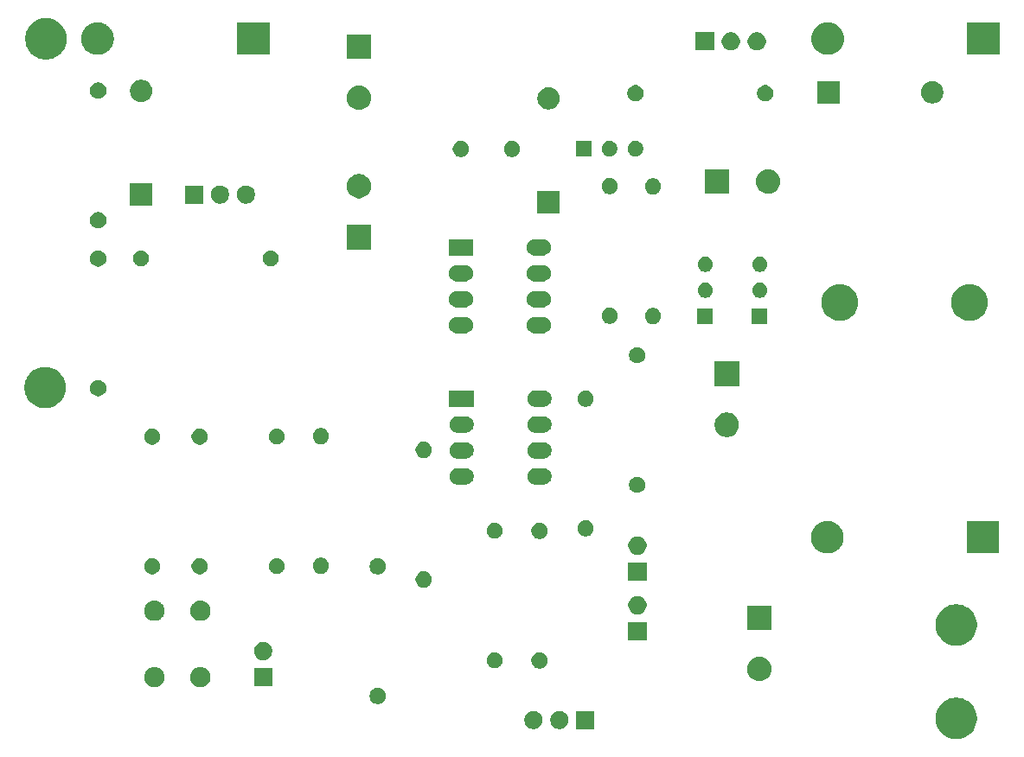
<source format=gbr>
%TF.GenerationSoftware,KiCad,Pcbnew,9.0.6*%
%TF.CreationDate,2025-11-25T19:29:33+09:00*%
%TF.ProjectId,12f675-mppt,31326636-3735-42d6-9d70-70742e6b6963,rev?*%
%TF.SameCoordinates,Original*%
%TF.FileFunction,Soldermask,Top*%
%TF.FilePolarity,Negative*%
%FSLAX46Y46*%
G04 Gerber Fmt 4.6, Leading zero omitted, Abs format (unit mm)*
G04 Created by KiCad (PCBNEW 9.0.6) date 2025-11-25 19:29:33*
%MOMM*%
%LPD*%
G01*
G04 APERTURE LIST*
G04 APERTURE END LIST*
G36*
X125186624Y-106211044D02*
G01*
X125443365Y-106279838D01*
X125688931Y-106381555D01*
X125919119Y-106514454D01*
X126129991Y-106676262D01*
X126317938Y-106864209D01*
X126479746Y-107075081D01*
X126612645Y-107305269D01*
X126714362Y-107550835D01*
X126783156Y-107807576D01*
X126817849Y-108071101D01*
X126817849Y-108336899D01*
X126783156Y-108600424D01*
X126714362Y-108857165D01*
X126612645Y-109102731D01*
X126479746Y-109332919D01*
X126317938Y-109543791D01*
X126129991Y-109731738D01*
X125919119Y-109893546D01*
X125688931Y-110026445D01*
X125443365Y-110128162D01*
X125186624Y-110196956D01*
X124923099Y-110231649D01*
X124657301Y-110231649D01*
X124393776Y-110196956D01*
X124137035Y-110128162D01*
X123891469Y-110026445D01*
X123661281Y-109893546D01*
X123450409Y-109731738D01*
X123262462Y-109543791D01*
X123100654Y-109332919D01*
X122967755Y-109102731D01*
X122866038Y-108857165D01*
X122797244Y-108600424D01*
X122762551Y-108336899D01*
X122762551Y-108071101D01*
X122797244Y-107807576D01*
X122866038Y-107550835D01*
X122967755Y-107305269D01*
X123100654Y-107075081D01*
X123262462Y-106864209D01*
X123450409Y-106676262D01*
X123661281Y-106514454D01*
X123891469Y-106381555D01*
X124137035Y-106279838D01*
X124393776Y-106211044D01*
X124657301Y-106176351D01*
X124923099Y-106176351D01*
X125186624Y-106211044D01*
G37*
G36*
X89373280Y-109271640D02*
G01*
X87573280Y-109271640D01*
X87573280Y-107471640D01*
X89373280Y-107471640D01*
X89373280Y-109271640D01*
G37*
G36*
X83654536Y-107510394D02*
G01*
X83817537Y-107577911D01*
X83964234Y-107675931D01*
X84088989Y-107800686D01*
X84187009Y-107947383D01*
X84254526Y-108110384D01*
X84288946Y-108283425D01*
X84288946Y-108459855D01*
X84254526Y-108632896D01*
X84187009Y-108795897D01*
X84088989Y-108942594D01*
X83964234Y-109067349D01*
X83817537Y-109165369D01*
X83654536Y-109232886D01*
X83481495Y-109267306D01*
X83305065Y-109267306D01*
X83132024Y-109232886D01*
X82969023Y-109165369D01*
X82822326Y-109067349D01*
X82697571Y-108942594D01*
X82599551Y-108795897D01*
X82532034Y-108632896D01*
X82497614Y-108459855D01*
X82497614Y-108283425D01*
X82532034Y-108110384D01*
X82599551Y-107947383D01*
X82697571Y-107800686D01*
X82822326Y-107675931D01*
X82969023Y-107577911D01*
X83132024Y-107510394D01*
X83305065Y-107475974D01*
X83481495Y-107475974D01*
X83654536Y-107510394D01*
G37*
G36*
X86194536Y-107510394D02*
G01*
X86357537Y-107577911D01*
X86504234Y-107675931D01*
X86628989Y-107800686D01*
X86727009Y-107947383D01*
X86794526Y-108110384D01*
X86828946Y-108283425D01*
X86828946Y-108459855D01*
X86794526Y-108632896D01*
X86727009Y-108795897D01*
X86628989Y-108942594D01*
X86504234Y-109067349D01*
X86357537Y-109165369D01*
X86194536Y-109232886D01*
X86021495Y-109267306D01*
X85845065Y-109267306D01*
X85672024Y-109232886D01*
X85509023Y-109165369D01*
X85362326Y-109067349D01*
X85237571Y-108942594D01*
X85139551Y-108795897D01*
X85072034Y-108632896D01*
X85037614Y-108459855D01*
X85037614Y-108283425D01*
X85072034Y-108110384D01*
X85139551Y-107947383D01*
X85237571Y-107800686D01*
X85362326Y-107675931D01*
X85509023Y-107577911D01*
X85672024Y-107510394D01*
X85845065Y-107475974D01*
X86021495Y-107475974D01*
X86194536Y-107510394D01*
G37*
G36*
X68375348Y-105248968D02*
G01*
X68520237Y-105308983D01*
X68650635Y-105396112D01*
X68761528Y-105507005D01*
X68848657Y-105637403D01*
X68908672Y-105782292D01*
X68939268Y-105936106D01*
X68939268Y-106092934D01*
X68908672Y-106246748D01*
X68848657Y-106391637D01*
X68761528Y-106522035D01*
X68650635Y-106632928D01*
X68520237Y-106720057D01*
X68375348Y-106780072D01*
X68221534Y-106810668D01*
X68064706Y-106810668D01*
X67910892Y-106780072D01*
X67766003Y-106720057D01*
X67635605Y-106632928D01*
X67524712Y-106522035D01*
X67437583Y-106391637D01*
X67377568Y-106246748D01*
X67346972Y-106092934D01*
X67346972Y-105936106D01*
X67377568Y-105782292D01*
X67437583Y-105637403D01*
X67524712Y-105507005D01*
X67635605Y-105396112D01*
X67766003Y-105308983D01*
X67910892Y-105248968D01*
X68064706Y-105218372D01*
X68221534Y-105218372D01*
X68375348Y-105248968D01*
G37*
G36*
X46370814Y-103165135D02*
G01*
X46381897Y-103165135D01*
X46425209Y-103173750D01*
X46517235Y-103188326D01*
X46546836Y-103197943D01*
X46574165Y-103203380D01*
X46612726Y-103219352D01*
X46666412Y-103236796D01*
X46716708Y-103262423D01*
X46755277Y-103278399D01*
X46778447Y-103293880D01*
X46806181Y-103308012D01*
X46881576Y-103362790D01*
X46918273Y-103387310D01*
X46926104Y-103395141D01*
X46933071Y-103400203D01*
X47043996Y-103511128D01*
X47049057Y-103518094D01*
X47056890Y-103525927D01*
X47081412Y-103562628D01*
X47136187Y-103638018D01*
X47150317Y-103665749D01*
X47165801Y-103688923D01*
X47181778Y-103727496D01*
X47207403Y-103777787D01*
X47224844Y-103831465D01*
X47240820Y-103870035D01*
X47246257Y-103897369D01*
X47255873Y-103926964D01*
X47270447Y-104018981D01*
X47279065Y-104062303D01*
X47279065Y-104073386D01*
X47280412Y-104081891D01*
X47280412Y-104238748D01*
X47279065Y-104247252D01*
X47279065Y-104258337D01*
X47270447Y-104301661D01*
X47255873Y-104393675D01*
X47246257Y-104423268D01*
X47240820Y-104450605D01*
X47224842Y-104489178D01*
X47207403Y-104542852D01*
X47181780Y-104593138D01*
X47165801Y-104631717D01*
X47150314Y-104654893D01*
X47136187Y-104682621D01*
X47081421Y-104757999D01*
X47056890Y-104794713D01*
X47049054Y-104802548D01*
X47043996Y-104809511D01*
X46933071Y-104920436D01*
X46926108Y-104925494D01*
X46918273Y-104933330D01*
X46881559Y-104957861D01*
X46806181Y-105012627D01*
X46778453Y-105026754D01*
X46755277Y-105042241D01*
X46716698Y-105058220D01*
X46666412Y-105083843D01*
X46612738Y-105101282D01*
X46574165Y-105117260D01*
X46546828Y-105122697D01*
X46517235Y-105132313D01*
X46425219Y-105146887D01*
X46381897Y-105155505D01*
X46370813Y-105155505D01*
X46362309Y-105156852D01*
X46205451Y-105156852D01*
X46196947Y-105155505D01*
X46185863Y-105155505D01*
X46142541Y-105146887D01*
X46050524Y-105132313D01*
X46020929Y-105122697D01*
X45993595Y-105117260D01*
X45955025Y-105101284D01*
X45901347Y-105083843D01*
X45851056Y-105058218D01*
X45812483Y-105042241D01*
X45789309Y-105026757D01*
X45761578Y-105012627D01*
X45686188Y-104957852D01*
X45649487Y-104933330D01*
X45641654Y-104925497D01*
X45634688Y-104920436D01*
X45523763Y-104809511D01*
X45518701Y-104802544D01*
X45510870Y-104794713D01*
X45486350Y-104758016D01*
X45431572Y-104682621D01*
X45417440Y-104654887D01*
X45401959Y-104631717D01*
X45385983Y-104593148D01*
X45360356Y-104542852D01*
X45342912Y-104489166D01*
X45326940Y-104450605D01*
X45321503Y-104423276D01*
X45311886Y-104393675D01*
X45297310Y-104301651D01*
X45288695Y-104258337D01*
X45288695Y-104247252D01*
X45287348Y-104238748D01*
X45287348Y-104081891D01*
X45288695Y-104073386D01*
X45288695Y-104062303D01*
X45297310Y-104018991D01*
X45311886Y-103926964D01*
X45321504Y-103897361D01*
X45326940Y-103870035D01*
X45342911Y-103831476D01*
X45360356Y-103777787D01*
X45385985Y-103727485D01*
X45401959Y-103688923D01*
X45417438Y-103665756D01*
X45431572Y-103638018D01*
X45486358Y-103562610D01*
X45510870Y-103525927D01*
X45518698Y-103518098D01*
X45523763Y-103511128D01*
X45634688Y-103400203D01*
X45641658Y-103395138D01*
X45649487Y-103387310D01*
X45686170Y-103362798D01*
X45761578Y-103308012D01*
X45789316Y-103293878D01*
X45812483Y-103278399D01*
X45851045Y-103262425D01*
X45901347Y-103236796D01*
X45955036Y-103219351D01*
X45993595Y-103203380D01*
X46020921Y-103197944D01*
X46050524Y-103188326D01*
X46142551Y-103173750D01*
X46185863Y-103165135D01*
X46196946Y-103165135D01*
X46205451Y-103163788D01*
X46362309Y-103163788D01*
X46370814Y-103165135D01*
G37*
G36*
X50870814Y-103165135D02*
G01*
X50881897Y-103165135D01*
X50925209Y-103173750D01*
X51017235Y-103188326D01*
X51046836Y-103197943D01*
X51074165Y-103203380D01*
X51112726Y-103219352D01*
X51166412Y-103236796D01*
X51216708Y-103262423D01*
X51255277Y-103278399D01*
X51278447Y-103293880D01*
X51306181Y-103308012D01*
X51381576Y-103362790D01*
X51418273Y-103387310D01*
X51426104Y-103395141D01*
X51433071Y-103400203D01*
X51543996Y-103511128D01*
X51549057Y-103518094D01*
X51556890Y-103525927D01*
X51581412Y-103562628D01*
X51636187Y-103638018D01*
X51650317Y-103665749D01*
X51665801Y-103688923D01*
X51681778Y-103727496D01*
X51707403Y-103777787D01*
X51724844Y-103831465D01*
X51740820Y-103870035D01*
X51746257Y-103897369D01*
X51755873Y-103926964D01*
X51770447Y-104018981D01*
X51779065Y-104062303D01*
X51779065Y-104073386D01*
X51780412Y-104081891D01*
X51780412Y-104238748D01*
X51779065Y-104247252D01*
X51779065Y-104258337D01*
X51770447Y-104301661D01*
X51755873Y-104393675D01*
X51746257Y-104423268D01*
X51740820Y-104450605D01*
X51724842Y-104489178D01*
X51707403Y-104542852D01*
X51681780Y-104593138D01*
X51665801Y-104631717D01*
X51650314Y-104654893D01*
X51636187Y-104682621D01*
X51581421Y-104757999D01*
X51556890Y-104794713D01*
X51549054Y-104802548D01*
X51543996Y-104809511D01*
X51433071Y-104920436D01*
X51426108Y-104925494D01*
X51418273Y-104933330D01*
X51381559Y-104957861D01*
X51306181Y-105012627D01*
X51278453Y-105026754D01*
X51255277Y-105042241D01*
X51216698Y-105058220D01*
X51166412Y-105083843D01*
X51112738Y-105101282D01*
X51074165Y-105117260D01*
X51046828Y-105122697D01*
X51017235Y-105132313D01*
X50925219Y-105146887D01*
X50881897Y-105155505D01*
X50870813Y-105155505D01*
X50862309Y-105156852D01*
X50705451Y-105156852D01*
X50696947Y-105155505D01*
X50685863Y-105155505D01*
X50642541Y-105146887D01*
X50550524Y-105132313D01*
X50520929Y-105122697D01*
X50493595Y-105117260D01*
X50455025Y-105101284D01*
X50401347Y-105083843D01*
X50351056Y-105058218D01*
X50312483Y-105042241D01*
X50289309Y-105026757D01*
X50261578Y-105012627D01*
X50186188Y-104957852D01*
X50149487Y-104933330D01*
X50141654Y-104925497D01*
X50134688Y-104920436D01*
X50023763Y-104809511D01*
X50018701Y-104802544D01*
X50010870Y-104794713D01*
X49986350Y-104758016D01*
X49931572Y-104682621D01*
X49917440Y-104654887D01*
X49901959Y-104631717D01*
X49885983Y-104593148D01*
X49860356Y-104542852D01*
X49842912Y-104489166D01*
X49826940Y-104450605D01*
X49821503Y-104423276D01*
X49811886Y-104393675D01*
X49797310Y-104301651D01*
X49788695Y-104258337D01*
X49788695Y-104247252D01*
X49787348Y-104238748D01*
X49787348Y-104081891D01*
X49788695Y-104073386D01*
X49788695Y-104062303D01*
X49797310Y-104018991D01*
X49811886Y-103926964D01*
X49821504Y-103897361D01*
X49826940Y-103870035D01*
X49842911Y-103831476D01*
X49860356Y-103777787D01*
X49885985Y-103727485D01*
X49901959Y-103688923D01*
X49917438Y-103665756D01*
X49931572Y-103638018D01*
X49986358Y-103562610D01*
X50010870Y-103525927D01*
X50018698Y-103518098D01*
X50023763Y-103511128D01*
X50134688Y-103400203D01*
X50141658Y-103395138D01*
X50149487Y-103387310D01*
X50186170Y-103362798D01*
X50261578Y-103308012D01*
X50289316Y-103293878D01*
X50312483Y-103278399D01*
X50351045Y-103262425D01*
X50401347Y-103236796D01*
X50455036Y-103219351D01*
X50493595Y-103203380D01*
X50520921Y-103197944D01*
X50550524Y-103188326D01*
X50642551Y-103173750D01*
X50685863Y-103165135D01*
X50696946Y-103165135D01*
X50705451Y-103163788D01*
X50862309Y-103163788D01*
X50870814Y-103165135D01*
G37*
G36*
X57836640Y-105055240D02*
G01*
X56036640Y-105055240D01*
X56036640Y-103255240D01*
X57836640Y-103255240D01*
X57836640Y-105055240D01*
G37*
G36*
X105796814Y-102207356D02*
G01*
X105975900Y-102265545D01*
X106143678Y-102351032D01*
X106296018Y-102461713D01*
X106429167Y-102594862D01*
X106539848Y-102747202D01*
X106625335Y-102914980D01*
X106683524Y-103094066D01*
X106712981Y-103280049D01*
X106712981Y-103468351D01*
X106683524Y-103654334D01*
X106625335Y-103833420D01*
X106539848Y-104001198D01*
X106429167Y-104153538D01*
X106296018Y-104286687D01*
X106143678Y-104397368D01*
X105975900Y-104482855D01*
X105796814Y-104541044D01*
X105610831Y-104570501D01*
X105422529Y-104570501D01*
X105236546Y-104541044D01*
X105057460Y-104482855D01*
X104889682Y-104397368D01*
X104737342Y-104286687D01*
X104604193Y-104153538D01*
X104493512Y-104001198D01*
X104408025Y-103833420D01*
X104349836Y-103654334D01*
X104320379Y-103468351D01*
X104320379Y-103280049D01*
X104349836Y-103094066D01*
X104408025Y-102914980D01*
X104493512Y-102747202D01*
X104604193Y-102594862D01*
X104737342Y-102461713D01*
X104889682Y-102351032D01*
X105057460Y-102265545D01*
X105236546Y-102207356D01*
X105422529Y-102177899D01*
X105610831Y-102177899D01*
X105796814Y-102207356D01*
G37*
G36*
X84224948Y-101769168D02*
G01*
X84369837Y-101829183D01*
X84500235Y-101916312D01*
X84611128Y-102027205D01*
X84698257Y-102157603D01*
X84758272Y-102302492D01*
X84788868Y-102456306D01*
X84788868Y-102613134D01*
X84758272Y-102766948D01*
X84698257Y-102911837D01*
X84611128Y-103042235D01*
X84500235Y-103153128D01*
X84369837Y-103240257D01*
X84224948Y-103300272D01*
X84071134Y-103330868D01*
X83914306Y-103330868D01*
X83760492Y-103300272D01*
X83615603Y-103240257D01*
X83485205Y-103153128D01*
X83374312Y-103042235D01*
X83287183Y-102911837D01*
X83227168Y-102766948D01*
X83196572Y-102613134D01*
X83196572Y-102456306D01*
X83227168Y-102302492D01*
X83287183Y-102157603D01*
X83374312Y-102027205D01*
X83485205Y-101916312D01*
X83615603Y-101829183D01*
X83760492Y-101769168D01*
X83914306Y-101738572D01*
X84071134Y-101738572D01*
X84224948Y-101769168D01*
G37*
G36*
X79830748Y-101748848D02*
G01*
X79975637Y-101808863D01*
X80106035Y-101895992D01*
X80216928Y-102006885D01*
X80304057Y-102137283D01*
X80364072Y-102282172D01*
X80394668Y-102435986D01*
X80394668Y-102592814D01*
X80364072Y-102746628D01*
X80304057Y-102891517D01*
X80216928Y-103021915D01*
X80106035Y-103132808D01*
X79975637Y-103219937D01*
X79830748Y-103279952D01*
X79676934Y-103310548D01*
X79520106Y-103310548D01*
X79366292Y-103279952D01*
X79221403Y-103219937D01*
X79091005Y-103132808D01*
X78980112Y-103021915D01*
X78892983Y-102891517D01*
X78832968Y-102746628D01*
X78802372Y-102592814D01*
X78802372Y-102435986D01*
X78832968Y-102282172D01*
X78892983Y-102137283D01*
X78980112Y-102006885D01*
X79091005Y-101895992D01*
X79221403Y-101808863D01*
X79366292Y-101748848D01*
X79520106Y-101718252D01*
X79676934Y-101718252D01*
X79830748Y-101748848D01*
G37*
G36*
X57197896Y-100753994D02*
G01*
X57360897Y-100821511D01*
X57507594Y-100919531D01*
X57632349Y-101044286D01*
X57730369Y-101190983D01*
X57797886Y-101353984D01*
X57832306Y-101527025D01*
X57832306Y-101703455D01*
X57797886Y-101876496D01*
X57730369Y-102039497D01*
X57632349Y-102186194D01*
X57507594Y-102310949D01*
X57360897Y-102408969D01*
X57197896Y-102476486D01*
X57024855Y-102510906D01*
X56848425Y-102510906D01*
X56675384Y-102476486D01*
X56512383Y-102408969D01*
X56365686Y-102310949D01*
X56240931Y-102186194D01*
X56142911Y-102039497D01*
X56075394Y-101876496D01*
X56040974Y-101703455D01*
X56040974Y-101527025D01*
X56075394Y-101353984D01*
X56142911Y-101190983D01*
X56240931Y-101044286D01*
X56365686Y-100919531D01*
X56512383Y-100821511D01*
X56675384Y-100753994D01*
X56848425Y-100719574D01*
X57024855Y-100719574D01*
X57197896Y-100753994D01*
G37*
G36*
X125186624Y-97061964D02*
G01*
X125443365Y-97130758D01*
X125688931Y-97232475D01*
X125919119Y-97365374D01*
X126129991Y-97527182D01*
X126317938Y-97715129D01*
X126479746Y-97926001D01*
X126612645Y-98156189D01*
X126714362Y-98401755D01*
X126783156Y-98658496D01*
X126817849Y-98922021D01*
X126817849Y-99187819D01*
X126783156Y-99451344D01*
X126714362Y-99708085D01*
X126612645Y-99953651D01*
X126479746Y-100183839D01*
X126317938Y-100394711D01*
X126129991Y-100582658D01*
X125919119Y-100744466D01*
X125688931Y-100877365D01*
X125443365Y-100979082D01*
X125186624Y-101047876D01*
X124923099Y-101082569D01*
X124657301Y-101082569D01*
X124393776Y-101047876D01*
X124137035Y-100979082D01*
X123891469Y-100877365D01*
X123661281Y-100744466D01*
X123450409Y-100582658D01*
X123262462Y-100394711D01*
X123100654Y-100183839D01*
X122967755Y-99953651D01*
X122866038Y-99708085D01*
X122797244Y-99451344D01*
X122762551Y-99187819D01*
X122762551Y-98922021D01*
X122797244Y-98658496D01*
X122866038Y-98401755D01*
X122967755Y-98156189D01*
X123100654Y-97926001D01*
X123262462Y-97715129D01*
X123450409Y-97527182D01*
X123661281Y-97365374D01*
X123891469Y-97232475D01*
X124137035Y-97130758D01*
X124393776Y-97061964D01*
X124657301Y-97027271D01*
X124923099Y-97027271D01*
X125186624Y-97061964D01*
G37*
G36*
X94473600Y-100564520D02*
G01*
X92673600Y-100564520D01*
X92673600Y-98764520D01*
X94473600Y-98764520D01*
X94473600Y-100564520D01*
G37*
G36*
X106716680Y-99574200D02*
G01*
X104316680Y-99574200D01*
X104316680Y-97174200D01*
X106716680Y-97174200D01*
X106716680Y-99574200D01*
G37*
G36*
X46370814Y-96665135D02*
G01*
X46381897Y-96665135D01*
X46425209Y-96673750D01*
X46517235Y-96688326D01*
X46546836Y-96697943D01*
X46574165Y-96703380D01*
X46612726Y-96719352D01*
X46666412Y-96736796D01*
X46716708Y-96762423D01*
X46755277Y-96778399D01*
X46778447Y-96793880D01*
X46806181Y-96808012D01*
X46881576Y-96862790D01*
X46918273Y-96887310D01*
X46926104Y-96895141D01*
X46933071Y-96900203D01*
X47043996Y-97011128D01*
X47049057Y-97018094D01*
X47056890Y-97025927D01*
X47081412Y-97062628D01*
X47136187Y-97138018D01*
X47150317Y-97165749D01*
X47165801Y-97188923D01*
X47181778Y-97227496D01*
X47207403Y-97277787D01*
X47224844Y-97331465D01*
X47240820Y-97370035D01*
X47246257Y-97397369D01*
X47255873Y-97426964D01*
X47270447Y-97518981D01*
X47279065Y-97562303D01*
X47279065Y-97573386D01*
X47280412Y-97581891D01*
X47280412Y-97738748D01*
X47279065Y-97747252D01*
X47279065Y-97758337D01*
X47270447Y-97801661D01*
X47255873Y-97893675D01*
X47246257Y-97923268D01*
X47240820Y-97950605D01*
X47224842Y-97989178D01*
X47207403Y-98042852D01*
X47181780Y-98093138D01*
X47165801Y-98131717D01*
X47150314Y-98154893D01*
X47136187Y-98182621D01*
X47081421Y-98257999D01*
X47056890Y-98294713D01*
X47049054Y-98302548D01*
X47043996Y-98309511D01*
X46933071Y-98420436D01*
X46926108Y-98425494D01*
X46918273Y-98433330D01*
X46881559Y-98457861D01*
X46806181Y-98512627D01*
X46778453Y-98526754D01*
X46755277Y-98542241D01*
X46716698Y-98558220D01*
X46666412Y-98583843D01*
X46612738Y-98601282D01*
X46574165Y-98617260D01*
X46546828Y-98622697D01*
X46517235Y-98632313D01*
X46425219Y-98646887D01*
X46381897Y-98655505D01*
X46370813Y-98655505D01*
X46362309Y-98656852D01*
X46205451Y-98656852D01*
X46196947Y-98655505D01*
X46185863Y-98655505D01*
X46142541Y-98646887D01*
X46050524Y-98632313D01*
X46020929Y-98622697D01*
X45993595Y-98617260D01*
X45955025Y-98601284D01*
X45901347Y-98583843D01*
X45851056Y-98558218D01*
X45812483Y-98542241D01*
X45789309Y-98526757D01*
X45761578Y-98512627D01*
X45686188Y-98457852D01*
X45649487Y-98433330D01*
X45641654Y-98425497D01*
X45634688Y-98420436D01*
X45523763Y-98309511D01*
X45518701Y-98302544D01*
X45510870Y-98294713D01*
X45486350Y-98258016D01*
X45431572Y-98182621D01*
X45417440Y-98154887D01*
X45401959Y-98131717D01*
X45385983Y-98093148D01*
X45360356Y-98042852D01*
X45342912Y-97989166D01*
X45326940Y-97950605D01*
X45321503Y-97923276D01*
X45311886Y-97893675D01*
X45297310Y-97801651D01*
X45288695Y-97758337D01*
X45288695Y-97747252D01*
X45287348Y-97738748D01*
X45287348Y-97581891D01*
X45288695Y-97573386D01*
X45288695Y-97562303D01*
X45297310Y-97518991D01*
X45311886Y-97426964D01*
X45321504Y-97397361D01*
X45326940Y-97370035D01*
X45342911Y-97331476D01*
X45360356Y-97277787D01*
X45385985Y-97227485D01*
X45401959Y-97188923D01*
X45417438Y-97165756D01*
X45431572Y-97138018D01*
X45486358Y-97062610D01*
X45510870Y-97025927D01*
X45518698Y-97018098D01*
X45523763Y-97011128D01*
X45634688Y-96900203D01*
X45641658Y-96895138D01*
X45649487Y-96887310D01*
X45686170Y-96862798D01*
X45761578Y-96808012D01*
X45789316Y-96793878D01*
X45812483Y-96778399D01*
X45851045Y-96762425D01*
X45901347Y-96736796D01*
X45955036Y-96719351D01*
X45993595Y-96703380D01*
X46020921Y-96697944D01*
X46050524Y-96688326D01*
X46142551Y-96673750D01*
X46185863Y-96665135D01*
X46196946Y-96665135D01*
X46205451Y-96663788D01*
X46362309Y-96663788D01*
X46370814Y-96665135D01*
G37*
G36*
X50870814Y-96665135D02*
G01*
X50881897Y-96665135D01*
X50925209Y-96673750D01*
X51017235Y-96688326D01*
X51046836Y-96697943D01*
X51074165Y-96703380D01*
X51112726Y-96719352D01*
X51166412Y-96736796D01*
X51216708Y-96762423D01*
X51255277Y-96778399D01*
X51278447Y-96793880D01*
X51306181Y-96808012D01*
X51381576Y-96862790D01*
X51418273Y-96887310D01*
X51426104Y-96895141D01*
X51433071Y-96900203D01*
X51543996Y-97011128D01*
X51549057Y-97018094D01*
X51556890Y-97025927D01*
X51581412Y-97062628D01*
X51636187Y-97138018D01*
X51650317Y-97165749D01*
X51665801Y-97188923D01*
X51681778Y-97227496D01*
X51707403Y-97277787D01*
X51724844Y-97331465D01*
X51740820Y-97370035D01*
X51746257Y-97397369D01*
X51755873Y-97426964D01*
X51770447Y-97518981D01*
X51779065Y-97562303D01*
X51779065Y-97573386D01*
X51780412Y-97581891D01*
X51780412Y-97738748D01*
X51779065Y-97747252D01*
X51779065Y-97758337D01*
X51770447Y-97801661D01*
X51755873Y-97893675D01*
X51746257Y-97923268D01*
X51740820Y-97950605D01*
X51724842Y-97989178D01*
X51707403Y-98042852D01*
X51681780Y-98093138D01*
X51665801Y-98131717D01*
X51650314Y-98154893D01*
X51636187Y-98182621D01*
X51581421Y-98257999D01*
X51556890Y-98294713D01*
X51549054Y-98302548D01*
X51543996Y-98309511D01*
X51433071Y-98420436D01*
X51426108Y-98425494D01*
X51418273Y-98433330D01*
X51381559Y-98457861D01*
X51306181Y-98512627D01*
X51278453Y-98526754D01*
X51255277Y-98542241D01*
X51216698Y-98558220D01*
X51166412Y-98583843D01*
X51112738Y-98601282D01*
X51074165Y-98617260D01*
X51046828Y-98622697D01*
X51017235Y-98632313D01*
X50925219Y-98646887D01*
X50881897Y-98655505D01*
X50870813Y-98655505D01*
X50862309Y-98656852D01*
X50705451Y-98656852D01*
X50696947Y-98655505D01*
X50685863Y-98655505D01*
X50642541Y-98646887D01*
X50550524Y-98632313D01*
X50520929Y-98622697D01*
X50493595Y-98617260D01*
X50455025Y-98601284D01*
X50401347Y-98583843D01*
X50351056Y-98558218D01*
X50312483Y-98542241D01*
X50289309Y-98526757D01*
X50261578Y-98512627D01*
X50186188Y-98457852D01*
X50149487Y-98433330D01*
X50141654Y-98425497D01*
X50134688Y-98420436D01*
X50023763Y-98309511D01*
X50018701Y-98302544D01*
X50010870Y-98294713D01*
X49986350Y-98258016D01*
X49931572Y-98182621D01*
X49917440Y-98154887D01*
X49901959Y-98131717D01*
X49885983Y-98093148D01*
X49860356Y-98042852D01*
X49842912Y-97989166D01*
X49826940Y-97950605D01*
X49821503Y-97923276D01*
X49811886Y-97893675D01*
X49797310Y-97801651D01*
X49788695Y-97758337D01*
X49788695Y-97747252D01*
X49787348Y-97738748D01*
X49787348Y-97581891D01*
X49788695Y-97573386D01*
X49788695Y-97562303D01*
X49797310Y-97518991D01*
X49811886Y-97426964D01*
X49821504Y-97397361D01*
X49826940Y-97370035D01*
X49842911Y-97331476D01*
X49860356Y-97277787D01*
X49885985Y-97227485D01*
X49901959Y-97188923D01*
X49917438Y-97165756D01*
X49931572Y-97138018D01*
X49986358Y-97062610D01*
X50010870Y-97025927D01*
X50018698Y-97018098D01*
X50023763Y-97011128D01*
X50134688Y-96900203D01*
X50141658Y-96895138D01*
X50149487Y-96887310D01*
X50186170Y-96862798D01*
X50261578Y-96808012D01*
X50289316Y-96793878D01*
X50312483Y-96778399D01*
X50351045Y-96762425D01*
X50401347Y-96736796D01*
X50455036Y-96719351D01*
X50493595Y-96703380D01*
X50520921Y-96697944D01*
X50550524Y-96688326D01*
X50642551Y-96673750D01*
X50685863Y-96665135D01*
X50696946Y-96665135D01*
X50705451Y-96663788D01*
X50862309Y-96663788D01*
X50870814Y-96665135D01*
G37*
G36*
X93834856Y-96263274D02*
G01*
X93997857Y-96330791D01*
X94144554Y-96428811D01*
X94269309Y-96553566D01*
X94367329Y-96700263D01*
X94434846Y-96863264D01*
X94469266Y-97036305D01*
X94469266Y-97212735D01*
X94434846Y-97385776D01*
X94367329Y-97548777D01*
X94269309Y-97695474D01*
X94144554Y-97820229D01*
X93997857Y-97918249D01*
X93834856Y-97985766D01*
X93661815Y-98020186D01*
X93485385Y-98020186D01*
X93312344Y-97985766D01*
X93149343Y-97918249D01*
X93002646Y-97820229D01*
X92877891Y-97695474D01*
X92779871Y-97548777D01*
X92712354Y-97385776D01*
X92677934Y-97212735D01*
X92677934Y-97036305D01*
X92712354Y-96863264D01*
X92779871Y-96700263D01*
X92877891Y-96553566D01*
X93002646Y-96428811D01*
X93149343Y-96330791D01*
X93312344Y-96263274D01*
X93485385Y-96228854D01*
X93661815Y-96228854D01*
X93834856Y-96263274D01*
G37*
G36*
X72881308Y-93834208D02*
G01*
X73026197Y-93894223D01*
X73156595Y-93981352D01*
X73267488Y-94092245D01*
X73354617Y-94222643D01*
X73414632Y-94367532D01*
X73445228Y-94521346D01*
X73445228Y-94678174D01*
X73414632Y-94831988D01*
X73354617Y-94976877D01*
X73267488Y-95107275D01*
X73156595Y-95218168D01*
X73026197Y-95305297D01*
X72881308Y-95365312D01*
X72727494Y-95395908D01*
X72570666Y-95395908D01*
X72416852Y-95365312D01*
X72271963Y-95305297D01*
X72141565Y-95218168D01*
X72030672Y-95107275D01*
X71943543Y-94976877D01*
X71883528Y-94831988D01*
X71852932Y-94678174D01*
X71852932Y-94521346D01*
X71883528Y-94367532D01*
X71943543Y-94222643D01*
X72030672Y-94092245D01*
X72141565Y-93981352D01*
X72271963Y-93894223D01*
X72416852Y-93834208D01*
X72570666Y-93803612D01*
X72727494Y-93803612D01*
X72881308Y-93834208D01*
G37*
G36*
X94473600Y-94722520D02*
G01*
X92673600Y-94722520D01*
X92673600Y-92922520D01*
X94473600Y-92922520D01*
X94473600Y-94722520D01*
G37*
G36*
X68375348Y-92548968D02*
G01*
X68520237Y-92608983D01*
X68650635Y-92696112D01*
X68761528Y-92807005D01*
X68848657Y-92937403D01*
X68908672Y-93082292D01*
X68939268Y-93236106D01*
X68939268Y-93392934D01*
X68908672Y-93546748D01*
X68848657Y-93691637D01*
X68761528Y-93822035D01*
X68650635Y-93932928D01*
X68520237Y-94020057D01*
X68375348Y-94080072D01*
X68221534Y-94110668D01*
X68064706Y-94110668D01*
X67910892Y-94080072D01*
X67766003Y-94020057D01*
X67635605Y-93932928D01*
X67524712Y-93822035D01*
X67437583Y-93691637D01*
X67377568Y-93546748D01*
X67346972Y-93392934D01*
X67346972Y-93236106D01*
X67377568Y-93082292D01*
X67437583Y-92937403D01*
X67524712Y-92807005D01*
X67635605Y-92696112D01*
X67766003Y-92608983D01*
X67910892Y-92548968D01*
X68064706Y-92518372D01*
X68221534Y-92518372D01*
X68375348Y-92548968D01*
G37*
G36*
X46302748Y-92533728D02*
G01*
X46447637Y-92593743D01*
X46578035Y-92680872D01*
X46688928Y-92791765D01*
X46776057Y-92922163D01*
X46836072Y-93067052D01*
X46866668Y-93220866D01*
X46866668Y-93377694D01*
X46836072Y-93531508D01*
X46776057Y-93676397D01*
X46688928Y-93806795D01*
X46578035Y-93917688D01*
X46447637Y-94004817D01*
X46302748Y-94064832D01*
X46148934Y-94095428D01*
X45992106Y-94095428D01*
X45838292Y-94064832D01*
X45693403Y-94004817D01*
X45563005Y-93917688D01*
X45452112Y-93806795D01*
X45364983Y-93676397D01*
X45304968Y-93531508D01*
X45274372Y-93377694D01*
X45274372Y-93220866D01*
X45304968Y-93067052D01*
X45364983Y-92922163D01*
X45452112Y-92791765D01*
X45563005Y-92680872D01*
X45693403Y-92593743D01*
X45838292Y-92533728D01*
X45992106Y-92503132D01*
X46148934Y-92503132D01*
X46302748Y-92533728D01*
G37*
G36*
X50956028Y-92533728D02*
G01*
X51100917Y-92593743D01*
X51231315Y-92680872D01*
X51342208Y-92791765D01*
X51429337Y-92922163D01*
X51489352Y-93067052D01*
X51519948Y-93220866D01*
X51519948Y-93377694D01*
X51489352Y-93531508D01*
X51429337Y-93676397D01*
X51342208Y-93806795D01*
X51231315Y-93917688D01*
X51100917Y-94004817D01*
X50956028Y-94064832D01*
X50802214Y-94095428D01*
X50645386Y-94095428D01*
X50491572Y-94064832D01*
X50346683Y-94004817D01*
X50216285Y-93917688D01*
X50105392Y-93806795D01*
X50018263Y-93676397D01*
X49958248Y-93531508D01*
X49927652Y-93377694D01*
X49927652Y-93220866D01*
X49958248Y-93067052D01*
X50018263Y-92922163D01*
X50105392Y-92791765D01*
X50216285Y-92680872D01*
X50346683Y-92593743D01*
X50491572Y-92533728D01*
X50645386Y-92503132D01*
X50802214Y-92503132D01*
X50956028Y-92533728D01*
G37*
G36*
X58499828Y-92518488D02*
G01*
X58644717Y-92578503D01*
X58775115Y-92665632D01*
X58886008Y-92776525D01*
X58973137Y-92906923D01*
X59033152Y-93051812D01*
X59063748Y-93205626D01*
X59063748Y-93362454D01*
X59033152Y-93516268D01*
X58973137Y-93661157D01*
X58886008Y-93791555D01*
X58775115Y-93902448D01*
X58644717Y-93989577D01*
X58499828Y-94049592D01*
X58346014Y-94080188D01*
X58189186Y-94080188D01*
X58035372Y-94049592D01*
X57890483Y-93989577D01*
X57760085Y-93902448D01*
X57649192Y-93791555D01*
X57562063Y-93661157D01*
X57502048Y-93516268D01*
X57471452Y-93362454D01*
X57471452Y-93205626D01*
X57502048Y-93051812D01*
X57562063Y-92906923D01*
X57649192Y-92776525D01*
X57760085Y-92665632D01*
X57890483Y-92578503D01*
X58035372Y-92518488D01*
X58189186Y-92487892D01*
X58346014Y-92487892D01*
X58499828Y-92518488D01*
G37*
G36*
X62812748Y-92498168D02*
G01*
X62957637Y-92558183D01*
X63088035Y-92645312D01*
X63198928Y-92756205D01*
X63286057Y-92886603D01*
X63346072Y-93031492D01*
X63376668Y-93185306D01*
X63376668Y-93342134D01*
X63346072Y-93495948D01*
X63286057Y-93640837D01*
X63198928Y-93771235D01*
X63088035Y-93882128D01*
X62957637Y-93969257D01*
X62812748Y-94029272D01*
X62658934Y-94059868D01*
X62502106Y-94059868D01*
X62348292Y-94029272D01*
X62203403Y-93969257D01*
X62073005Y-93882128D01*
X61962112Y-93771235D01*
X61874983Y-93640837D01*
X61814968Y-93495948D01*
X61784372Y-93342134D01*
X61784372Y-93185306D01*
X61814968Y-93031492D01*
X61874983Y-92886603D01*
X61962112Y-92756205D01*
X62073005Y-92645312D01*
X62203403Y-92558183D01*
X62348292Y-92498168D01*
X62502106Y-92467572D01*
X62658934Y-92467572D01*
X62812748Y-92498168D01*
G37*
G36*
X93834856Y-90421274D02*
G01*
X93997857Y-90488791D01*
X94144554Y-90586811D01*
X94269309Y-90711566D01*
X94367329Y-90858263D01*
X94434846Y-91021264D01*
X94469266Y-91194305D01*
X94469266Y-91370735D01*
X94434846Y-91543776D01*
X94367329Y-91706777D01*
X94269309Y-91853474D01*
X94144554Y-91978229D01*
X93997857Y-92076249D01*
X93834856Y-92143766D01*
X93661815Y-92178186D01*
X93485385Y-92178186D01*
X93312344Y-92143766D01*
X93149343Y-92076249D01*
X93002646Y-91978229D01*
X92877891Y-91853474D01*
X92779871Y-91706777D01*
X92712354Y-91543776D01*
X92677934Y-91370735D01*
X92677934Y-91194305D01*
X92712354Y-91021264D01*
X92779871Y-90858263D01*
X92877891Y-90711566D01*
X93002646Y-90586811D01*
X93149343Y-90488791D01*
X93312344Y-90421274D01*
X93485385Y-90386854D01*
X93661815Y-90386854D01*
X93834856Y-90421274D01*
G37*
G36*
X129006400Y-92049400D02*
G01*
X125806400Y-92049400D01*
X125806400Y-88849400D01*
X129006400Y-88849400D01*
X129006400Y-92049400D01*
G37*
G36*
X112280435Y-88854332D02*
G01*
X112291935Y-88854332D01*
X112348556Y-88863299D01*
X112478494Y-88880406D01*
X112510202Y-88888902D01*
X112539913Y-88893608D01*
X112597048Y-88912172D01*
X112680618Y-88934565D01*
X112733940Y-88956651D01*
X112778693Y-88971193D01*
X112820620Y-88992556D01*
X112873943Y-89014643D01*
X112948864Y-89057899D01*
X113002398Y-89085176D01*
X113026739Y-89102861D01*
X113055162Y-89119271D01*
X113159126Y-89199045D01*
X113205517Y-89232750D01*
X113213648Y-89240881D01*
X113221174Y-89246656D01*
X113369143Y-89394625D01*
X113374917Y-89402150D01*
X113383050Y-89410283D01*
X113416758Y-89456679D01*
X113496528Y-89560637D01*
X113512936Y-89589057D01*
X113530624Y-89613402D01*
X113557903Y-89666941D01*
X113601156Y-89741856D01*
X113623240Y-89795173D01*
X113644607Y-89837107D01*
X113659150Y-89881866D01*
X113681234Y-89935181D01*
X113703623Y-90018738D01*
X113722192Y-90075887D01*
X113726898Y-90105603D01*
X113735393Y-90137305D01*
X113752498Y-90267231D01*
X113761468Y-90323865D01*
X113761468Y-90335364D01*
X113762707Y-90344776D01*
X113762707Y-90554023D01*
X113761468Y-90563434D01*
X113761468Y-90574935D01*
X113752497Y-90631573D01*
X113735393Y-90761494D01*
X113726899Y-90793193D01*
X113722192Y-90822913D01*
X113703621Y-90880065D01*
X113681234Y-90963618D01*
X113659151Y-91016928D01*
X113644607Y-91061693D01*
X113623238Y-91103630D01*
X113601156Y-91156943D01*
X113557908Y-91231849D01*
X113530624Y-91285398D01*
X113512933Y-91309746D01*
X113496528Y-91338162D01*
X113416772Y-91442102D01*
X113383050Y-91488517D01*
X113374914Y-91496652D01*
X113369143Y-91504174D01*
X113221174Y-91652143D01*
X113213652Y-91657914D01*
X113205517Y-91666050D01*
X113159102Y-91699772D01*
X113055162Y-91779528D01*
X113026746Y-91795933D01*
X113002398Y-91813624D01*
X112948849Y-91840908D01*
X112873943Y-91884156D01*
X112820630Y-91906238D01*
X112778693Y-91927607D01*
X112733928Y-91942151D01*
X112680618Y-91964234D01*
X112597065Y-91986621D01*
X112539913Y-92005192D01*
X112510193Y-92009899D01*
X112478494Y-92018393D01*
X112348570Y-92035497D01*
X112291935Y-92044468D01*
X112280435Y-92044468D01*
X112271024Y-92045707D01*
X112061776Y-92045707D01*
X112052365Y-92044468D01*
X112040865Y-92044468D01*
X111984231Y-92035498D01*
X111854305Y-92018393D01*
X111822603Y-92009898D01*
X111792887Y-92005192D01*
X111735738Y-91986623D01*
X111652181Y-91964234D01*
X111598866Y-91942150D01*
X111554107Y-91927607D01*
X111512173Y-91906240D01*
X111458856Y-91884156D01*
X111383941Y-91840903D01*
X111330402Y-91813624D01*
X111306057Y-91795936D01*
X111277637Y-91779528D01*
X111173679Y-91699758D01*
X111127283Y-91666050D01*
X111119150Y-91657917D01*
X111111625Y-91652143D01*
X110963656Y-91504174D01*
X110957881Y-91496648D01*
X110949750Y-91488517D01*
X110916045Y-91442126D01*
X110836271Y-91338162D01*
X110819861Y-91309739D01*
X110802176Y-91285398D01*
X110774899Y-91231864D01*
X110731643Y-91156943D01*
X110709556Y-91103620D01*
X110688193Y-91061693D01*
X110673651Y-91016940D01*
X110651565Y-90963618D01*
X110629172Y-90880048D01*
X110610608Y-90822913D01*
X110605902Y-90793202D01*
X110597406Y-90761494D01*
X110580300Y-90631559D01*
X110571332Y-90574935D01*
X110571332Y-90563434D01*
X110570093Y-90554023D01*
X110570093Y-90344776D01*
X110571332Y-90335364D01*
X110571332Y-90323865D01*
X110580299Y-90267245D01*
X110597406Y-90137305D01*
X110605902Y-90105594D01*
X110610608Y-90075887D01*
X110629171Y-90018756D01*
X110651565Y-89935181D01*
X110673653Y-89881855D01*
X110688193Y-89837107D01*
X110709553Y-89795183D01*
X110731643Y-89741856D01*
X110774903Y-89666927D01*
X110802176Y-89613402D01*
X110819858Y-89589064D01*
X110836271Y-89560637D01*
X110916059Y-89456654D01*
X110949750Y-89410283D01*
X110957878Y-89402154D01*
X110963656Y-89394625D01*
X111111625Y-89246656D01*
X111119154Y-89240878D01*
X111127283Y-89232750D01*
X111173654Y-89199059D01*
X111277637Y-89119271D01*
X111306064Y-89102858D01*
X111330402Y-89085176D01*
X111383927Y-89057903D01*
X111458856Y-89014643D01*
X111512183Y-88992553D01*
X111554107Y-88971193D01*
X111598855Y-88956653D01*
X111652181Y-88934565D01*
X111735756Y-88912171D01*
X111792887Y-88893608D01*
X111822594Y-88888902D01*
X111854305Y-88880406D01*
X111984245Y-88863299D01*
X112040865Y-88854332D01*
X112052364Y-88854332D01*
X112061776Y-88853093D01*
X112271024Y-88853093D01*
X112280435Y-88854332D01*
G37*
G36*
X84224948Y-89069168D02*
G01*
X84369837Y-89129183D01*
X84500235Y-89216312D01*
X84611128Y-89327205D01*
X84698257Y-89457603D01*
X84758272Y-89602492D01*
X84788868Y-89756306D01*
X84788868Y-89913134D01*
X84758272Y-90066948D01*
X84698257Y-90211837D01*
X84611128Y-90342235D01*
X84500235Y-90453128D01*
X84369837Y-90540257D01*
X84224948Y-90600272D01*
X84071134Y-90630868D01*
X83914306Y-90630868D01*
X83760492Y-90600272D01*
X83615603Y-90540257D01*
X83485205Y-90453128D01*
X83374312Y-90342235D01*
X83287183Y-90211837D01*
X83227168Y-90066948D01*
X83196572Y-89913134D01*
X83196572Y-89756306D01*
X83227168Y-89602492D01*
X83287183Y-89457603D01*
X83374312Y-89327205D01*
X83485205Y-89216312D01*
X83615603Y-89129183D01*
X83760492Y-89069168D01*
X83914306Y-89038572D01*
X84071134Y-89038572D01*
X84224948Y-89069168D01*
G37*
G36*
X79830748Y-89048848D02*
G01*
X79975637Y-89108863D01*
X80106035Y-89195992D01*
X80216928Y-89306885D01*
X80304057Y-89437283D01*
X80364072Y-89582172D01*
X80394668Y-89735986D01*
X80394668Y-89892814D01*
X80364072Y-90046628D01*
X80304057Y-90191517D01*
X80216928Y-90321915D01*
X80106035Y-90432808D01*
X79975637Y-90519937D01*
X79830748Y-90579952D01*
X79676934Y-90610548D01*
X79520106Y-90610548D01*
X79366292Y-90579952D01*
X79221403Y-90519937D01*
X79091005Y-90432808D01*
X78980112Y-90321915D01*
X78892983Y-90191517D01*
X78832968Y-90046628D01*
X78802372Y-89892814D01*
X78802372Y-89735986D01*
X78832968Y-89582172D01*
X78892983Y-89437283D01*
X78980112Y-89306885D01*
X79091005Y-89195992D01*
X79221403Y-89108863D01*
X79366292Y-89048848D01*
X79520106Y-89018252D01*
X79676934Y-89018252D01*
X79830748Y-89048848D01*
G37*
G36*
X88730908Y-88825328D02*
G01*
X88875797Y-88885343D01*
X89006195Y-88972472D01*
X89117088Y-89083365D01*
X89204217Y-89213763D01*
X89264232Y-89358652D01*
X89294828Y-89512466D01*
X89294828Y-89669294D01*
X89264232Y-89823108D01*
X89204217Y-89967997D01*
X89117088Y-90098395D01*
X89006195Y-90209288D01*
X88875797Y-90296417D01*
X88730908Y-90356432D01*
X88577094Y-90387028D01*
X88420266Y-90387028D01*
X88266452Y-90356432D01*
X88121563Y-90296417D01*
X87991165Y-90209288D01*
X87880272Y-90098395D01*
X87793143Y-89967997D01*
X87733128Y-89823108D01*
X87702532Y-89669294D01*
X87702532Y-89512466D01*
X87733128Y-89358652D01*
X87793143Y-89213763D01*
X87880272Y-89083365D01*
X87991165Y-88972472D01*
X88121563Y-88885343D01*
X88266452Y-88825328D01*
X88420266Y-88794732D01*
X88577094Y-88794732D01*
X88730908Y-88825328D01*
G37*
G36*
X93770268Y-84568288D02*
G01*
X93915157Y-84628303D01*
X94045555Y-84715432D01*
X94156448Y-84826325D01*
X94243577Y-84956723D01*
X94303592Y-85101612D01*
X94334188Y-85255426D01*
X94334188Y-85412254D01*
X94303592Y-85566068D01*
X94243577Y-85710957D01*
X94156448Y-85841355D01*
X94045555Y-85952248D01*
X93915157Y-86039377D01*
X93770268Y-86099392D01*
X93616454Y-86129988D01*
X93459626Y-86129988D01*
X93305812Y-86099392D01*
X93160923Y-86039377D01*
X93030525Y-85952248D01*
X92919632Y-85841355D01*
X92832503Y-85710957D01*
X92772488Y-85566068D01*
X92741892Y-85412254D01*
X92741892Y-85255426D01*
X92772488Y-85101612D01*
X92832503Y-84956723D01*
X92919632Y-84826325D01*
X93030525Y-84715432D01*
X93160923Y-84628303D01*
X93305812Y-84568288D01*
X93459626Y-84537692D01*
X93616454Y-84537692D01*
X93770268Y-84568288D01*
G37*
G36*
X76835894Y-83699492D02*
G01*
X76989708Y-83730088D01*
X77134597Y-83790103D01*
X77264995Y-83877232D01*
X77375888Y-83988125D01*
X77463017Y-84118523D01*
X77523032Y-84263412D01*
X77553628Y-84417226D01*
X77553628Y-84574054D01*
X77523032Y-84727868D01*
X77463017Y-84872757D01*
X77375888Y-85003155D01*
X77264995Y-85114048D01*
X77134597Y-85201177D01*
X76989708Y-85261192D01*
X76835894Y-85291788D01*
X76757480Y-85295640D01*
X76754421Y-85295640D01*
X75960539Y-85295640D01*
X75957480Y-85295640D01*
X75879066Y-85291788D01*
X75725252Y-85261192D01*
X75580363Y-85201177D01*
X75449965Y-85114048D01*
X75339072Y-85003155D01*
X75251943Y-84872757D01*
X75191928Y-84727868D01*
X75161332Y-84574054D01*
X75161332Y-84417226D01*
X75191928Y-84263412D01*
X75251943Y-84118523D01*
X75339072Y-83988125D01*
X75449965Y-83877232D01*
X75580363Y-83790103D01*
X75725252Y-83730088D01*
X75879066Y-83699492D01*
X75957480Y-83695640D01*
X76757480Y-83695640D01*
X76835894Y-83699492D01*
G37*
G36*
X84455894Y-83699492D02*
G01*
X84609708Y-83730088D01*
X84754597Y-83790103D01*
X84884995Y-83877232D01*
X84995888Y-83988125D01*
X85083017Y-84118523D01*
X85143032Y-84263412D01*
X85173628Y-84417226D01*
X85173628Y-84574054D01*
X85143032Y-84727868D01*
X85083017Y-84872757D01*
X84995888Y-85003155D01*
X84884995Y-85114048D01*
X84754597Y-85201177D01*
X84609708Y-85261192D01*
X84455894Y-85291788D01*
X84377480Y-85295640D01*
X84374421Y-85295640D01*
X83580539Y-85295640D01*
X83577480Y-85295640D01*
X83499066Y-85291788D01*
X83345252Y-85261192D01*
X83200363Y-85201177D01*
X83069965Y-85114048D01*
X82959072Y-85003155D01*
X82871943Y-84872757D01*
X82811928Y-84727868D01*
X82781332Y-84574054D01*
X82781332Y-84417226D01*
X82811928Y-84263412D01*
X82871943Y-84118523D01*
X82959072Y-83988125D01*
X83069965Y-83877232D01*
X83200363Y-83790103D01*
X83345252Y-83730088D01*
X83499066Y-83699492D01*
X83577480Y-83695640D01*
X84377480Y-83695640D01*
X84455894Y-83699492D01*
G37*
G36*
X76835894Y-81159492D02*
G01*
X76989708Y-81190088D01*
X77134597Y-81250103D01*
X77264995Y-81337232D01*
X77375888Y-81448125D01*
X77463017Y-81578523D01*
X77523032Y-81723412D01*
X77553628Y-81877226D01*
X77553628Y-82034054D01*
X77523032Y-82187868D01*
X77463017Y-82332757D01*
X77375888Y-82463155D01*
X77264995Y-82574048D01*
X77134597Y-82661177D01*
X76989708Y-82721192D01*
X76835894Y-82751788D01*
X76757480Y-82755640D01*
X76754421Y-82755640D01*
X75960539Y-82755640D01*
X75957480Y-82755640D01*
X75879066Y-82751788D01*
X75725252Y-82721192D01*
X75580363Y-82661177D01*
X75449965Y-82574048D01*
X75339072Y-82463155D01*
X75251943Y-82332757D01*
X75191928Y-82187868D01*
X75161332Y-82034054D01*
X75161332Y-81877226D01*
X75191928Y-81723412D01*
X75251943Y-81578523D01*
X75339072Y-81448125D01*
X75449965Y-81337232D01*
X75580363Y-81250103D01*
X75725252Y-81190088D01*
X75879066Y-81159492D01*
X75957480Y-81155640D01*
X76757480Y-81155640D01*
X76835894Y-81159492D01*
G37*
G36*
X84455894Y-81159492D02*
G01*
X84609708Y-81190088D01*
X84754597Y-81250103D01*
X84884995Y-81337232D01*
X84995888Y-81448125D01*
X85083017Y-81578523D01*
X85143032Y-81723412D01*
X85173628Y-81877226D01*
X85173628Y-82034054D01*
X85143032Y-82187868D01*
X85083017Y-82332757D01*
X84995888Y-82463155D01*
X84884995Y-82574048D01*
X84754597Y-82661177D01*
X84609708Y-82721192D01*
X84455894Y-82751788D01*
X84377480Y-82755640D01*
X84374421Y-82755640D01*
X83580539Y-82755640D01*
X83577480Y-82755640D01*
X83499066Y-82751788D01*
X83345252Y-82721192D01*
X83200363Y-82661177D01*
X83069965Y-82574048D01*
X82959072Y-82463155D01*
X82871943Y-82332757D01*
X82811928Y-82187868D01*
X82781332Y-82034054D01*
X82781332Y-81877226D01*
X82811928Y-81723412D01*
X82871943Y-81578523D01*
X82959072Y-81448125D01*
X83069965Y-81337232D01*
X83200363Y-81250103D01*
X83345252Y-81190088D01*
X83499066Y-81159492D01*
X83577480Y-81155640D01*
X84377480Y-81155640D01*
X84455894Y-81159492D01*
G37*
G36*
X72881308Y-81134208D02*
G01*
X73026197Y-81194223D01*
X73156595Y-81281352D01*
X73267488Y-81392245D01*
X73354617Y-81522643D01*
X73414632Y-81667532D01*
X73445228Y-81821346D01*
X73445228Y-81978174D01*
X73414632Y-82131988D01*
X73354617Y-82276877D01*
X73267488Y-82407275D01*
X73156595Y-82518168D01*
X73026197Y-82605297D01*
X72881308Y-82665312D01*
X72727494Y-82695908D01*
X72570666Y-82695908D01*
X72416852Y-82665312D01*
X72271963Y-82605297D01*
X72141565Y-82518168D01*
X72030672Y-82407275D01*
X71943543Y-82276877D01*
X71883528Y-82131988D01*
X71852932Y-81978174D01*
X71852932Y-81821346D01*
X71883528Y-81667532D01*
X71943543Y-81522643D01*
X72030672Y-81392245D01*
X72141565Y-81281352D01*
X72271963Y-81194223D01*
X72416852Y-81134208D01*
X72570666Y-81103612D01*
X72727494Y-81103612D01*
X72881308Y-81134208D01*
G37*
G36*
X46302748Y-79833728D02*
G01*
X46447637Y-79893743D01*
X46578035Y-79980872D01*
X46688928Y-80091765D01*
X46776057Y-80222163D01*
X46836072Y-80367052D01*
X46866668Y-80520866D01*
X46866668Y-80677694D01*
X46836072Y-80831508D01*
X46776057Y-80976397D01*
X46688928Y-81106795D01*
X46578035Y-81217688D01*
X46447637Y-81304817D01*
X46302748Y-81364832D01*
X46148934Y-81395428D01*
X45992106Y-81395428D01*
X45838292Y-81364832D01*
X45693403Y-81304817D01*
X45563005Y-81217688D01*
X45452112Y-81106795D01*
X45364983Y-80976397D01*
X45304968Y-80831508D01*
X45274372Y-80677694D01*
X45274372Y-80520866D01*
X45304968Y-80367052D01*
X45364983Y-80222163D01*
X45452112Y-80091765D01*
X45563005Y-79980872D01*
X45693403Y-79893743D01*
X45838292Y-79833728D01*
X45992106Y-79803132D01*
X46148934Y-79803132D01*
X46302748Y-79833728D01*
G37*
G36*
X50956028Y-79833728D02*
G01*
X51100917Y-79893743D01*
X51231315Y-79980872D01*
X51342208Y-80091765D01*
X51429337Y-80222163D01*
X51489352Y-80367052D01*
X51519948Y-80520866D01*
X51519948Y-80677694D01*
X51489352Y-80831508D01*
X51429337Y-80976397D01*
X51342208Y-81106795D01*
X51231315Y-81217688D01*
X51100917Y-81304817D01*
X50956028Y-81364832D01*
X50802214Y-81395428D01*
X50645386Y-81395428D01*
X50491572Y-81364832D01*
X50346683Y-81304817D01*
X50216285Y-81217688D01*
X50105392Y-81106795D01*
X50018263Y-80976397D01*
X49958248Y-80831508D01*
X49927652Y-80677694D01*
X49927652Y-80520866D01*
X49958248Y-80367052D01*
X50018263Y-80222163D01*
X50105392Y-80091765D01*
X50216285Y-79980872D01*
X50346683Y-79893743D01*
X50491572Y-79833728D01*
X50645386Y-79803132D01*
X50802214Y-79803132D01*
X50956028Y-79833728D01*
G37*
G36*
X58499828Y-79818488D02*
G01*
X58644717Y-79878503D01*
X58775115Y-79965632D01*
X58886008Y-80076525D01*
X58973137Y-80206923D01*
X59033152Y-80351812D01*
X59063748Y-80505626D01*
X59063748Y-80662454D01*
X59033152Y-80816268D01*
X58973137Y-80961157D01*
X58886008Y-81091555D01*
X58775115Y-81202448D01*
X58644717Y-81289577D01*
X58499828Y-81349592D01*
X58346014Y-81380188D01*
X58189186Y-81380188D01*
X58035372Y-81349592D01*
X57890483Y-81289577D01*
X57760085Y-81202448D01*
X57649192Y-81091555D01*
X57562063Y-80961157D01*
X57502048Y-80816268D01*
X57471452Y-80662454D01*
X57471452Y-80505626D01*
X57502048Y-80351812D01*
X57562063Y-80206923D01*
X57649192Y-80076525D01*
X57760085Y-79965632D01*
X57890483Y-79878503D01*
X58035372Y-79818488D01*
X58189186Y-79787892D01*
X58346014Y-79787892D01*
X58499828Y-79818488D01*
G37*
G36*
X62812748Y-79798168D02*
G01*
X62957637Y-79858183D01*
X63088035Y-79945312D01*
X63198928Y-80056205D01*
X63286057Y-80186603D01*
X63346072Y-80331492D01*
X63376668Y-80485306D01*
X63376668Y-80642134D01*
X63346072Y-80795948D01*
X63286057Y-80940837D01*
X63198928Y-81071235D01*
X63088035Y-81182128D01*
X62957637Y-81269257D01*
X62812748Y-81329272D01*
X62658934Y-81359868D01*
X62502106Y-81359868D01*
X62348292Y-81329272D01*
X62203403Y-81269257D01*
X62073005Y-81182128D01*
X61962112Y-81071235D01*
X61874983Y-80940837D01*
X61814968Y-80795948D01*
X61784372Y-80642134D01*
X61784372Y-80485306D01*
X61814968Y-80331492D01*
X61874983Y-80186603D01*
X61962112Y-80056205D01*
X62073005Y-79945312D01*
X62203403Y-79858183D01*
X62348292Y-79798168D01*
X62502106Y-79767572D01*
X62658934Y-79767572D01*
X62812748Y-79798168D01*
G37*
G36*
X102606574Y-78280556D02*
G01*
X102785660Y-78338745D01*
X102953438Y-78424232D01*
X103105778Y-78534913D01*
X103238927Y-78668062D01*
X103349608Y-78820402D01*
X103435095Y-78988180D01*
X103493284Y-79167266D01*
X103522741Y-79353249D01*
X103522741Y-79541551D01*
X103493284Y-79727534D01*
X103435095Y-79906620D01*
X103349608Y-80074398D01*
X103238927Y-80226738D01*
X103105778Y-80359887D01*
X102953438Y-80470568D01*
X102785660Y-80556055D01*
X102606574Y-80614244D01*
X102420591Y-80643701D01*
X102232289Y-80643701D01*
X102046306Y-80614244D01*
X101867220Y-80556055D01*
X101699442Y-80470568D01*
X101547102Y-80359887D01*
X101413953Y-80226738D01*
X101303272Y-80074398D01*
X101217785Y-79906620D01*
X101159596Y-79727534D01*
X101130139Y-79541551D01*
X101130139Y-79353249D01*
X101159596Y-79167266D01*
X101217785Y-78988180D01*
X101303272Y-78820402D01*
X101413953Y-78668062D01*
X101547102Y-78534913D01*
X101699442Y-78424232D01*
X101867220Y-78338745D01*
X102046306Y-78280556D01*
X102232289Y-78251099D01*
X102420591Y-78251099D01*
X102606574Y-78280556D01*
G37*
G36*
X76835894Y-78619492D02*
G01*
X76989708Y-78650088D01*
X77134597Y-78710103D01*
X77264995Y-78797232D01*
X77375888Y-78908125D01*
X77463017Y-79038523D01*
X77523032Y-79183412D01*
X77553628Y-79337226D01*
X77553628Y-79494054D01*
X77523032Y-79647868D01*
X77463017Y-79792757D01*
X77375888Y-79923155D01*
X77264995Y-80034048D01*
X77134597Y-80121177D01*
X76989708Y-80181192D01*
X76835894Y-80211788D01*
X76757480Y-80215640D01*
X76754421Y-80215640D01*
X75960539Y-80215640D01*
X75957480Y-80215640D01*
X75879066Y-80211788D01*
X75725252Y-80181192D01*
X75580363Y-80121177D01*
X75449965Y-80034048D01*
X75339072Y-79923155D01*
X75251943Y-79792757D01*
X75191928Y-79647868D01*
X75161332Y-79494054D01*
X75161332Y-79337226D01*
X75191928Y-79183412D01*
X75251943Y-79038523D01*
X75339072Y-78908125D01*
X75449965Y-78797232D01*
X75580363Y-78710103D01*
X75725252Y-78650088D01*
X75879066Y-78619492D01*
X75957480Y-78615640D01*
X76757480Y-78615640D01*
X76835894Y-78619492D01*
G37*
G36*
X84455894Y-78619492D02*
G01*
X84609708Y-78650088D01*
X84754597Y-78710103D01*
X84884995Y-78797232D01*
X84995888Y-78908125D01*
X85083017Y-79038523D01*
X85143032Y-79183412D01*
X85173628Y-79337226D01*
X85173628Y-79494054D01*
X85143032Y-79647868D01*
X85083017Y-79792757D01*
X84995888Y-79923155D01*
X84884995Y-80034048D01*
X84754597Y-80121177D01*
X84609708Y-80181192D01*
X84455894Y-80211788D01*
X84377480Y-80215640D01*
X84374421Y-80215640D01*
X83580539Y-80215640D01*
X83577480Y-80215640D01*
X83499066Y-80211788D01*
X83345252Y-80181192D01*
X83200363Y-80121177D01*
X83069965Y-80034048D01*
X82959072Y-79923155D01*
X82871943Y-79792757D01*
X82811928Y-79647868D01*
X82781332Y-79494054D01*
X82781332Y-79337226D01*
X82811928Y-79183412D01*
X82871943Y-79038523D01*
X82959072Y-78908125D01*
X83069965Y-78797232D01*
X83200363Y-78710103D01*
X83345252Y-78650088D01*
X83499066Y-78619492D01*
X83577480Y-78615640D01*
X84377480Y-78615640D01*
X84455894Y-78619492D01*
G37*
G36*
X35986904Y-73805724D02*
G01*
X36243645Y-73874518D01*
X36489211Y-73976235D01*
X36719399Y-74109134D01*
X36930271Y-74270942D01*
X37118218Y-74458889D01*
X37280026Y-74669761D01*
X37412925Y-74899949D01*
X37514642Y-75145515D01*
X37583436Y-75402256D01*
X37618129Y-75665781D01*
X37618129Y-75931579D01*
X37583436Y-76195104D01*
X37514642Y-76451845D01*
X37412925Y-76697411D01*
X37280026Y-76927599D01*
X37118218Y-77138471D01*
X36930271Y-77326418D01*
X36719399Y-77488226D01*
X36489211Y-77621125D01*
X36243645Y-77722842D01*
X35986904Y-77791636D01*
X35723379Y-77826329D01*
X35457581Y-77826329D01*
X35194056Y-77791636D01*
X34937315Y-77722842D01*
X34691749Y-77621125D01*
X34461561Y-77488226D01*
X34250689Y-77326418D01*
X34062742Y-77138471D01*
X33900934Y-76927599D01*
X33768035Y-76697411D01*
X33666318Y-76451845D01*
X33597524Y-76195104D01*
X33562831Y-75931579D01*
X33562831Y-75665781D01*
X33597524Y-75402256D01*
X33666318Y-75145515D01*
X33768035Y-74899949D01*
X33900934Y-74669761D01*
X34062742Y-74458889D01*
X34250689Y-74270942D01*
X34461561Y-74109134D01*
X34691749Y-73976235D01*
X34937315Y-73874518D01*
X35194056Y-73805724D01*
X35457581Y-73771031D01*
X35723379Y-73771031D01*
X35986904Y-73805724D01*
G37*
G36*
X88730908Y-76125328D02*
G01*
X88875797Y-76185343D01*
X89006195Y-76272472D01*
X89117088Y-76383365D01*
X89204217Y-76513763D01*
X89264232Y-76658652D01*
X89294828Y-76812466D01*
X89294828Y-76969294D01*
X89264232Y-77123108D01*
X89204217Y-77267997D01*
X89117088Y-77398395D01*
X89006195Y-77509288D01*
X88875797Y-77596417D01*
X88730908Y-77656432D01*
X88577094Y-77687028D01*
X88420266Y-77687028D01*
X88266452Y-77656432D01*
X88121563Y-77596417D01*
X87991165Y-77509288D01*
X87880272Y-77398395D01*
X87793143Y-77267997D01*
X87733128Y-77123108D01*
X87702532Y-76969294D01*
X87702532Y-76812466D01*
X87733128Y-76658652D01*
X87793143Y-76513763D01*
X87880272Y-76383365D01*
X87991165Y-76272472D01*
X88121563Y-76185343D01*
X88266452Y-76125328D01*
X88420266Y-76094732D01*
X88577094Y-76094732D01*
X88730908Y-76125328D01*
G37*
G36*
X77557480Y-77675640D02*
G01*
X75157480Y-77675640D01*
X75157480Y-76075640D01*
X77557480Y-76075640D01*
X77557480Y-77675640D01*
G37*
G36*
X84455894Y-76079492D02*
G01*
X84609708Y-76110088D01*
X84754597Y-76170103D01*
X84884995Y-76257232D01*
X84995888Y-76368125D01*
X85083017Y-76498523D01*
X85143032Y-76643412D01*
X85173628Y-76797226D01*
X85173628Y-76954054D01*
X85143032Y-77107868D01*
X85083017Y-77252757D01*
X84995888Y-77383155D01*
X84884995Y-77494048D01*
X84754597Y-77581177D01*
X84609708Y-77641192D01*
X84455894Y-77671788D01*
X84377480Y-77675640D01*
X84374421Y-77675640D01*
X83580539Y-77675640D01*
X83577480Y-77675640D01*
X83499066Y-77671788D01*
X83345252Y-77641192D01*
X83200363Y-77581177D01*
X83069965Y-77494048D01*
X82959072Y-77383155D01*
X82871943Y-77252757D01*
X82811928Y-77107868D01*
X82781332Y-76954054D01*
X82781332Y-76797226D01*
X82811928Y-76643412D01*
X82871943Y-76498523D01*
X82959072Y-76368125D01*
X83069965Y-76257232D01*
X83200363Y-76170103D01*
X83345252Y-76110088D01*
X83499066Y-76079492D01*
X83577480Y-76075640D01*
X84377480Y-76075640D01*
X84455894Y-76079492D01*
G37*
G36*
X41014468Y-75089008D02*
G01*
X41159357Y-75149023D01*
X41289755Y-75236152D01*
X41400648Y-75347045D01*
X41487777Y-75477443D01*
X41547792Y-75622332D01*
X41578388Y-75776146D01*
X41578388Y-75932974D01*
X41547792Y-76086788D01*
X41487777Y-76231677D01*
X41400648Y-76362075D01*
X41289755Y-76472968D01*
X41159357Y-76560097D01*
X41014468Y-76620112D01*
X40860654Y-76650708D01*
X40703826Y-76650708D01*
X40550012Y-76620112D01*
X40405123Y-76560097D01*
X40274725Y-76472968D01*
X40163832Y-76362075D01*
X40076703Y-76231677D01*
X40016688Y-76086788D01*
X39986092Y-75932974D01*
X39986092Y-75776146D01*
X40016688Y-75622332D01*
X40076703Y-75477443D01*
X40163832Y-75347045D01*
X40274725Y-75236152D01*
X40405123Y-75149023D01*
X40550012Y-75089008D01*
X40703826Y-75058412D01*
X40860654Y-75058412D01*
X41014468Y-75089008D01*
G37*
G36*
X103526440Y-75647400D02*
G01*
X101126440Y-75647400D01*
X101126440Y-73247400D01*
X103526440Y-73247400D01*
X103526440Y-75647400D01*
G37*
G36*
X93770268Y-71868288D02*
G01*
X93915157Y-71928303D01*
X94045555Y-72015432D01*
X94156448Y-72126325D01*
X94243577Y-72256723D01*
X94303592Y-72401612D01*
X94334188Y-72555426D01*
X94334188Y-72712254D01*
X94303592Y-72866068D01*
X94243577Y-73010957D01*
X94156448Y-73141355D01*
X94045555Y-73252248D01*
X93915157Y-73339377D01*
X93770268Y-73399392D01*
X93616454Y-73429988D01*
X93459626Y-73429988D01*
X93305812Y-73399392D01*
X93160923Y-73339377D01*
X93030525Y-73252248D01*
X92919632Y-73141355D01*
X92832503Y-73010957D01*
X92772488Y-72866068D01*
X92741892Y-72712254D01*
X92741892Y-72555426D01*
X92772488Y-72401612D01*
X92832503Y-72256723D01*
X92919632Y-72126325D01*
X93030525Y-72015432D01*
X93160923Y-71928303D01*
X93305812Y-71868288D01*
X93459626Y-71837692D01*
X93616454Y-71837692D01*
X93770268Y-71868288D01*
G37*
G36*
X76769854Y-68881132D02*
G01*
X76923668Y-68911728D01*
X77068557Y-68971743D01*
X77198955Y-69058872D01*
X77309848Y-69169765D01*
X77396977Y-69300163D01*
X77456992Y-69445052D01*
X77487588Y-69598866D01*
X77487588Y-69755694D01*
X77456992Y-69909508D01*
X77396977Y-70054397D01*
X77309848Y-70184795D01*
X77198955Y-70295688D01*
X77068557Y-70382817D01*
X76923668Y-70442832D01*
X76769854Y-70473428D01*
X76691440Y-70477280D01*
X76688381Y-70477280D01*
X75894499Y-70477280D01*
X75891440Y-70477280D01*
X75813026Y-70473428D01*
X75659212Y-70442832D01*
X75514323Y-70382817D01*
X75383925Y-70295688D01*
X75273032Y-70184795D01*
X75185903Y-70054397D01*
X75125888Y-69909508D01*
X75095292Y-69755694D01*
X75095292Y-69598866D01*
X75125888Y-69445052D01*
X75185903Y-69300163D01*
X75273032Y-69169765D01*
X75383925Y-69058872D01*
X75514323Y-68971743D01*
X75659212Y-68911728D01*
X75813026Y-68881132D01*
X75891440Y-68877280D01*
X76691440Y-68877280D01*
X76769854Y-68881132D01*
G37*
G36*
X84389854Y-68881132D02*
G01*
X84543668Y-68911728D01*
X84688557Y-68971743D01*
X84818955Y-69058872D01*
X84929848Y-69169765D01*
X85016977Y-69300163D01*
X85076992Y-69445052D01*
X85107588Y-69598866D01*
X85107588Y-69755694D01*
X85076992Y-69909508D01*
X85016977Y-70054397D01*
X84929848Y-70184795D01*
X84818955Y-70295688D01*
X84688557Y-70382817D01*
X84543668Y-70442832D01*
X84389854Y-70473428D01*
X84311440Y-70477280D01*
X84308381Y-70477280D01*
X83514499Y-70477280D01*
X83511440Y-70477280D01*
X83433026Y-70473428D01*
X83279212Y-70442832D01*
X83134323Y-70382817D01*
X83003925Y-70295688D01*
X82893032Y-70184795D01*
X82805903Y-70054397D01*
X82745888Y-69909508D01*
X82715292Y-69755694D01*
X82715292Y-69598866D01*
X82745888Y-69445052D01*
X82805903Y-69300163D01*
X82893032Y-69169765D01*
X83003925Y-69058872D01*
X83134323Y-68971743D01*
X83279212Y-68911728D01*
X83433026Y-68881132D01*
X83511440Y-68877280D01*
X84311440Y-68877280D01*
X84389854Y-68881132D01*
G37*
G36*
X95324748Y-68017648D02*
G01*
X95469637Y-68077663D01*
X95600035Y-68164792D01*
X95710928Y-68275685D01*
X95798057Y-68406083D01*
X95858072Y-68550972D01*
X95888668Y-68704786D01*
X95888668Y-68861614D01*
X95858072Y-69015428D01*
X95798057Y-69160317D01*
X95710928Y-69290715D01*
X95600035Y-69401608D01*
X95469637Y-69488737D01*
X95324748Y-69548752D01*
X95170934Y-69579348D01*
X95014106Y-69579348D01*
X94860292Y-69548752D01*
X94715403Y-69488737D01*
X94585005Y-69401608D01*
X94474112Y-69290715D01*
X94386983Y-69160317D01*
X94326968Y-69015428D01*
X94296372Y-68861614D01*
X94296372Y-68704786D01*
X94326968Y-68550972D01*
X94386983Y-68406083D01*
X94474112Y-68275685D01*
X94585005Y-68164792D01*
X94715403Y-68077663D01*
X94860292Y-68017648D01*
X95014106Y-67987052D01*
X95170934Y-67987052D01*
X95324748Y-68017648D01*
G37*
G36*
X91093108Y-67997328D02*
G01*
X91237997Y-68057343D01*
X91368395Y-68144472D01*
X91479288Y-68255365D01*
X91566417Y-68385763D01*
X91626432Y-68530652D01*
X91657028Y-68684466D01*
X91657028Y-68841294D01*
X91626432Y-68995108D01*
X91566417Y-69139997D01*
X91479288Y-69270395D01*
X91368395Y-69381288D01*
X91237997Y-69468417D01*
X91093108Y-69528432D01*
X90939294Y-69559028D01*
X90782466Y-69559028D01*
X90628652Y-69528432D01*
X90483763Y-69468417D01*
X90353365Y-69381288D01*
X90242472Y-69270395D01*
X90155343Y-69139997D01*
X90095328Y-68995108D01*
X90064732Y-68841294D01*
X90064732Y-68684466D01*
X90095328Y-68530652D01*
X90155343Y-68385763D01*
X90242472Y-68255365D01*
X90353365Y-68144472D01*
X90483763Y-68057343D01*
X90628652Y-67997328D01*
X90782466Y-67966732D01*
X90939294Y-67966732D01*
X91093108Y-67997328D01*
G37*
G36*
X100978240Y-69558440D02*
G01*
X99458240Y-69558440D01*
X99458240Y-68038440D01*
X100978240Y-68038440D01*
X100978240Y-69558440D01*
G37*
G36*
X106312240Y-69558440D02*
G01*
X104792240Y-69558440D01*
X104792240Y-68038440D01*
X106312240Y-68038440D01*
X106312240Y-69558440D01*
G37*
G36*
X113752003Y-65681746D02*
G01*
X113979431Y-65742686D01*
X114196960Y-65832789D01*
X114400866Y-65950515D01*
X114587662Y-66093848D01*
X114754152Y-66260338D01*
X114897485Y-66447134D01*
X115015211Y-66651040D01*
X115105314Y-66868569D01*
X115166254Y-67095997D01*
X115196986Y-67329434D01*
X115196986Y-67564886D01*
X115166254Y-67798323D01*
X115105314Y-68025751D01*
X115015211Y-68243280D01*
X114897485Y-68447186D01*
X114754152Y-68633982D01*
X114587662Y-68800472D01*
X114400866Y-68943805D01*
X114196960Y-69061531D01*
X113979431Y-69151634D01*
X113752003Y-69212574D01*
X113518566Y-69243306D01*
X113283114Y-69243306D01*
X113049677Y-69212574D01*
X112822249Y-69151634D01*
X112604720Y-69061531D01*
X112400814Y-68943805D01*
X112214018Y-68800472D01*
X112047528Y-68633982D01*
X111904195Y-68447186D01*
X111786469Y-68243280D01*
X111696366Y-68025751D01*
X111635426Y-67798323D01*
X111604694Y-67564886D01*
X111604694Y-67329434D01*
X111635426Y-67095997D01*
X111696366Y-66868569D01*
X111786469Y-66651040D01*
X111904195Y-66447134D01*
X112047528Y-66260338D01*
X112214018Y-66093848D01*
X112400814Y-65950515D01*
X112604720Y-65832789D01*
X112822249Y-65742686D01*
X113049677Y-65681746D01*
X113283114Y-65651014D01*
X113518566Y-65651014D01*
X113752003Y-65681746D01*
G37*
G36*
X126452003Y-65681746D02*
G01*
X126679431Y-65742686D01*
X126896960Y-65832789D01*
X127100866Y-65950515D01*
X127287662Y-66093848D01*
X127454152Y-66260338D01*
X127597485Y-66447134D01*
X127715211Y-66651040D01*
X127805314Y-66868569D01*
X127866254Y-67095997D01*
X127896986Y-67329434D01*
X127896986Y-67564886D01*
X127866254Y-67798323D01*
X127805314Y-68025751D01*
X127715211Y-68243280D01*
X127597485Y-68447186D01*
X127454152Y-68633982D01*
X127287662Y-68800472D01*
X127100866Y-68943805D01*
X126896960Y-69061531D01*
X126679431Y-69151634D01*
X126452003Y-69212574D01*
X126218566Y-69243306D01*
X125983114Y-69243306D01*
X125749677Y-69212574D01*
X125522249Y-69151634D01*
X125304720Y-69061531D01*
X125100814Y-68943805D01*
X124914018Y-68800472D01*
X124747528Y-68633982D01*
X124604195Y-68447186D01*
X124486469Y-68243280D01*
X124396366Y-68025751D01*
X124335426Y-67798323D01*
X124304694Y-67564886D01*
X124304694Y-67329434D01*
X124335426Y-67095997D01*
X124396366Y-66868569D01*
X124486469Y-66651040D01*
X124604195Y-66447134D01*
X124747528Y-66260338D01*
X124914018Y-66093848D01*
X125100814Y-65950515D01*
X125304720Y-65832789D01*
X125522249Y-65742686D01*
X125749677Y-65681746D01*
X125983114Y-65651014D01*
X126218566Y-65651014D01*
X126452003Y-65681746D01*
G37*
G36*
X76769854Y-66341132D02*
G01*
X76923668Y-66371728D01*
X77068557Y-66431743D01*
X77198955Y-66518872D01*
X77309848Y-66629765D01*
X77396977Y-66760163D01*
X77456992Y-66905052D01*
X77487588Y-67058866D01*
X77487588Y-67215694D01*
X77456992Y-67369508D01*
X77396977Y-67514397D01*
X77309848Y-67644795D01*
X77198955Y-67755688D01*
X77068557Y-67842817D01*
X76923668Y-67902832D01*
X76769854Y-67933428D01*
X76691440Y-67937280D01*
X76688381Y-67937280D01*
X75894499Y-67937280D01*
X75891440Y-67937280D01*
X75813026Y-67933428D01*
X75659212Y-67902832D01*
X75514323Y-67842817D01*
X75383925Y-67755688D01*
X75273032Y-67644795D01*
X75185903Y-67514397D01*
X75125888Y-67369508D01*
X75095292Y-67215694D01*
X75095292Y-67058866D01*
X75125888Y-66905052D01*
X75185903Y-66760163D01*
X75273032Y-66629765D01*
X75383925Y-66518872D01*
X75514323Y-66431743D01*
X75659212Y-66371728D01*
X75813026Y-66341132D01*
X75891440Y-66337280D01*
X76691440Y-66337280D01*
X76769854Y-66341132D01*
G37*
G36*
X84389854Y-66341132D02*
G01*
X84543668Y-66371728D01*
X84688557Y-66431743D01*
X84818955Y-66518872D01*
X84929848Y-66629765D01*
X85016977Y-66760163D01*
X85076992Y-66905052D01*
X85107588Y-67058866D01*
X85107588Y-67215694D01*
X85076992Y-67369508D01*
X85016977Y-67514397D01*
X84929848Y-67644795D01*
X84818955Y-67755688D01*
X84688557Y-67842817D01*
X84543668Y-67902832D01*
X84389854Y-67933428D01*
X84311440Y-67937280D01*
X84308381Y-67937280D01*
X83514499Y-67937280D01*
X83511440Y-67937280D01*
X83433026Y-67933428D01*
X83279212Y-67902832D01*
X83134323Y-67842817D01*
X83003925Y-67755688D01*
X82893032Y-67644795D01*
X82805903Y-67514397D01*
X82745888Y-67369508D01*
X82715292Y-67215694D01*
X82715292Y-67058866D01*
X82745888Y-66905052D01*
X82805903Y-66760163D01*
X82893032Y-66629765D01*
X83003925Y-66518872D01*
X83134323Y-66431743D01*
X83279212Y-66371728D01*
X83433026Y-66341132D01*
X83511440Y-66337280D01*
X84311440Y-66337280D01*
X84389854Y-66341132D01*
G37*
G36*
X100438856Y-65531165D02*
G01*
X100576502Y-65588180D01*
X100700379Y-65670952D01*
X100805728Y-65776301D01*
X100888500Y-65900178D01*
X100945515Y-66037824D01*
X100974580Y-66183947D01*
X100974580Y-66332933D01*
X100945515Y-66479056D01*
X100888500Y-66616702D01*
X100805728Y-66740579D01*
X100700379Y-66845928D01*
X100576502Y-66928700D01*
X100438856Y-66985715D01*
X100292733Y-67014780D01*
X100143747Y-67014780D01*
X99997624Y-66985715D01*
X99859978Y-66928700D01*
X99736101Y-66845928D01*
X99630752Y-66740579D01*
X99547980Y-66616702D01*
X99490965Y-66479056D01*
X99461900Y-66332933D01*
X99461900Y-66183947D01*
X99490965Y-66037824D01*
X99547980Y-65900178D01*
X99630752Y-65776301D01*
X99736101Y-65670952D01*
X99859978Y-65588180D01*
X99997624Y-65531165D01*
X100143747Y-65502100D01*
X100292733Y-65502100D01*
X100438856Y-65531165D01*
G37*
G36*
X105772856Y-65531165D02*
G01*
X105910502Y-65588180D01*
X106034379Y-65670952D01*
X106139728Y-65776301D01*
X106222500Y-65900178D01*
X106279515Y-66037824D01*
X106308580Y-66183947D01*
X106308580Y-66332933D01*
X106279515Y-66479056D01*
X106222500Y-66616702D01*
X106139728Y-66740579D01*
X106034379Y-66845928D01*
X105910502Y-66928700D01*
X105772856Y-66985715D01*
X105626733Y-67014780D01*
X105477747Y-67014780D01*
X105331624Y-66985715D01*
X105193978Y-66928700D01*
X105070101Y-66845928D01*
X104964752Y-66740579D01*
X104881980Y-66616702D01*
X104824965Y-66479056D01*
X104795900Y-66332933D01*
X104795900Y-66183947D01*
X104824965Y-66037824D01*
X104881980Y-65900178D01*
X104964752Y-65776301D01*
X105070101Y-65670952D01*
X105193978Y-65588180D01*
X105331624Y-65531165D01*
X105477747Y-65502100D01*
X105626733Y-65502100D01*
X105772856Y-65531165D01*
G37*
G36*
X76769854Y-63801132D02*
G01*
X76923668Y-63831728D01*
X77068557Y-63891743D01*
X77198955Y-63978872D01*
X77309848Y-64089765D01*
X77396977Y-64220163D01*
X77456992Y-64365052D01*
X77487588Y-64518866D01*
X77487588Y-64675694D01*
X77456992Y-64829508D01*
X77396977Y-64974397D01*
X77309848Y-65104795D01*
X77198955Y-65215688D01*
X77068557Y-65302817D01*
X76923668Y-65362832D01*
X76769854Y-65393428D01*
X76691440Y-65397280D01*
X76688381Y-65397280D01*
X75894499Y-65397280D01*
X75891440Y-65397280D01*
X75813026Y-65393428D01*
X75659212Y-65362832D01*
X75514323Y-65302817D01*
X75383925Y-65215688D01*
X75273032Y-65104795D01*
X75185903Y-64974397D01*
X75125888Y-64829508D01*
X75095292Y-64675694D01*
X75095292Y-64518866D01*
X75125888Y-64365052D01*
X75185903Y-64220163D01*
X75273032Y-64089765D01*
X75383925Y-63978872D01*
X75514323Y-63891743D01*
X75659212Y-63831728D01*
X75813026Y-63801132D01*
X75891440Y-63797280D01*
X76691440Y-63797280D01*
X76769854Y-63801132D01*
G37*
G36*
X84389854Y-63801132D02*
G01*
X84543668Y-63831728D01*
X84688557Y-63891743D01*
X84818955Y-63978872D01*
X84929848Y-64089765D01*
X85016977Y-64220163D01*
X85076992Y-64365052D01*
X85107588Y-64518866D01*
X85107588Y-64675694D01*
X85076992Y-64829508D01*
X85016977Y-64974397D01*
X84929848Y-65104795D01*
X84818955Y-65215688D01*
X84688557Y-65302817D01*
X84543668Y-65362832D01*
X84389854Y-65393428D01*
X84311440Y-65397280D01*
X84308381Y-65397280D01*
X83514499Y-65397280D01*
X83511440Y-65397280D01*
X83433026Y-65393428D01*
X83279212Y-65362832D01*
X83134323Y-65302817D01*
X83003925Y-65215688D01*
X82893032Y-65104795D01*
X82805903Y-64974397D01*
X82745888Y-64829508D01*
X82715292Y-64675694D01*
X82715292Y-64518866D01*
X82745888Y-64365052D01*
X82805903Y-64220163D01*
X82893032Y-64089765D01*
X83003925Y-63978872D01*
X83134323Y-63891743D01*
X83279212Y-63831728D01*
X83433026Y-63801132D01*
X83511440Y-63797280D01*
X84311440Y-63797280D01*
X84389854Y-63801132D01*
G37*
G36*
X100438856Y-62991165D02*
G01*
X100576502Y-63048180D01*
X100700379Y-63130952D01*
X100805728Y-63236301D01*
X100888500Y-63360178D01*
X100945515Y-63497824D01*
X100974580Y-63643947D01*
X100974580Y-63792933D01*
X100945515Y-63939056D01*
X100888500Y-64076702D01*
X100805728Y-64200579D01*
X100700379Y-64305928D01*
X100576502Y-64388700D01*
X100438856Y-64445715D01*
X100292733Y-64474780D01*
X100143747Y-64474780D01*
X99997624Y-64445715D01*
X99859978Y-64388700D01*
X99736101Y-64305928D01*
X99630752Y-64200579D01*
X99547980Y-64076702D01*
X99490965Y-63939056D01*
X99461900Y-63792933D01*
X99461900Y-63643947D01*
X99490965Y-63497824D01*
X99547980Y-63360178D01*
X99630752Y-63236301D01*
X99736101Y-63130952D01*
X99859978Y-63048180D01*
X99997624Y-62991165D01*
X100143747Y-62962100D01*
X100292733Y-62962100D01*
X100438856Y-62991165D01*
G37*
G36*
X105772856Y-62991165D02*
G01*
X105910502Y-63048180D01*
X106034379Y-63130952D01*
X106139728Y-63236301D01*
X106222500Y-63360178D01*
X106279515Y-63497824D01*
X106308580Y-63643947D01*
X106308580Y-63792933D01*
X106279515Y-63939056D01*
X106222500Y-64076702D01*
X106139728Y-64200579D01*
X106034379Y-64305928D01*
X105910502Y-64388700D01*
X105772856Y-64445715D01*
X105626733Y-64474780D01*
X105477747Y-64474780D01*
X105331624Y-64445715D01*
X105193978Y-64388700D01*
X105070101Y-64305928D01*
X104964752Y-64200579D01*
X104881980Y-64076702D01*
X104824965Y-63939056D01*
X104795900Y-63792933D01*
X104795900Y-63643947D01*
X104824965Y-63497824D01*
X104881980Y-63360178D01*
X104964752Y-63236301D01*
X105070101Y-63130952D01*
X105193978Y-63048180D01*
X105331624Y-62991165D01*
X105477747Y-62962100D01*
X105626733Y-62962100D01*
X105772856Y-62991165D01*
G37*
G36*
X41014468Y-62389008D02*
G01*
X41159357Y-62449023D01*
X41289755Y-62536152D01*
X41400648Y-62647045D01*
X41487777Y-62777443D01*
X41547792Y-62922332D01*
X41578388Y-63076146D01*
X41578388Y-63232974D01*
X41547792Y-63386788D01*
X41487777Y-63531677D01*
X41400648Y-63662075D01*
X41289755Y-63772968D01*
X41159357Y-63860097D01*
X41014468Y-63920112D01*
X40860654Y-63950708D01*
X40703826Y-63950708D01*
X40550012Y-63920112D01*
X40405123Y-63860097D01*
X40274725Y-63772968D01*
X40163832Y-63662075D01*
X40076703Y-63531677D01*
X40016688Y-63386788D01*
X39986092Y-63232974D01*
X39986092Y-63076146D01*
X40016688Y-62922332D01*
X40076703Y-62777443D01*
X40163832Y-62647045D01*
X40274725Y-62536152D01*
X40405123Y-62449023D01*
X40550012Y-62389008D01*
X40703826Y-62358412D01*
X40860654Y-62358412D01*
X41014468Y-62389008D01*
G37*
G36*
X45205468Y-62373768D02*
G01*
X45350357Y-62433783D01*
X45480755Y-62520912D01*
X45591648Y-62631805D01*
X45678777Y-62762203D01*
X45738792Y-62907092D01*
X45769388Y-63060906D01*
X45769388Y-63217734D01*
X45738792Y-63371548D01*
X45678777Y-63516437D01*
X45591648Y-63646835D01*
X45480755Y-63757728D01*
X45350357Y-63844857D01*
X45205468Y-63904872D01*
X45051654Y-63935468D01*
X44894826Y-63935468D01*
X44741012Y-63904872D01*
X44596123Y-63844857D01*
X44465725Y-63757728D01*
X44354832Y-63646835D01*
X44267703Y-63516437D01*
X44207688Y-63371548D01*
X44177092Y-63217734D01*
X44177092Y-63060906D01*
X44207688Y-62907092D01*
X44267703Y-62762203D01*
X44354832Y-62631805D01*
X44465725Y-62520912D01*
X44596123Y-62433783D01*
X44741012Y-62373768D01*
X44894826Y-62343172D01*
X45051654Y-62343172D01*
X45205468Y-62373768D01*
G37*
G36*
X57905468Y-62373768D02*
G01*
X58050357Y-62433783D01*
X58180755Y-62520912D01*
X58291648Y-62631805D01*
X58378777Y-62762203D01*
X58438792Y-62907092D01*
X58469388Y-63060906D01*
X58469388Y-63217734D01*
X58438792Y-63371548D01*
X58378777Y-63516437D01*
X58291648Y-63646835D01*
X58180755Y-63757728D01*
X58050357Y-63844857D01*
X57905468Y-63904872D01*
X57751654Y-63935468D01*
X57594826Y-63935468D01*
X57441012Y-63904872D01*
X57296123Y-63844857D01*
X57165725Y-63757728D01*
X57054832Y-63646835D01*
X56967703Y-63516437D01*
X56907688Y-63371548D01*
X56877092Y-63217734D01*
X56877092Y-63060906D01*
X56907688Y-62907092D01*
X56967703Y-62762203D01*
X57054832Y-62631805D01*
X57165725Y-62520912D01*
X57296123Y-62433783D01*
X57441012Y-62373768D01*
X57594826Y-62343172D01*
X57751654Y-62343172D01*
X57905468Y-62373768D01*
G37*
G36*
X77491440Y-62857280D02*
G01*
X75091440Y-62857280D01*
X75091440Y-61257280D01*
X77491440Y-61257280D01*
X77491440Y-62857280D01*
G37*
G36*
X84389854Y-61261132D02*
G01*
X84543668Y-61291728D01*
X84688557Y-61351743D01*
X84818955Y-61438872D01*
X84929848Y-61549765D01*
X85016977Y-61680163D01*
X85076992Y-61825052D01*
X85107588Y-61978866D01*
X85107588Y-62135694D01*
X85076992Y-62289508D01*
X85016977Y-62434397D01*
X84929848Y-62564795D01*
X84818955Y-62675688D01*
X84688557Y-62762817D01*
X84543668Y-62822832D01*
X84389854Y-62853428D01*
X84311440Y-62857280D01*
X84308381Y-62857280D01*
X83514499Y-62857280D01*
X83511440Y-62857280D01*
X83433026Y-62853428D01*
X83279212Y-62822832D01*
X83134323Y-62762817D01*
X83003925Y-62675688D01*
X82893032Y-62564795D01*
X82805903Y-62434397D01*
X82745888Y-62289508D01*
X82715292Y-62135694D01*
X82715292Y-61978866D01*
X82745888Y-61825052D01*
X82805903Y-61680163D01*
X82893032Y-61549765D01*
X83003925Y-61438872D01*
X83134323Y-61351743D01*
X83279212Y-61291728D01*
X83433026Y-61261132D01*
X83511440Y-61257280D01*
X84311440Y-61257280D01*
X84389854Y-61261132D01*
G37*
G36*
X67509240Y-62266680D02*
G01*
X65109240Y-62266680D01*
X65109240Y-59866680D01*
X67509240Y-59866680D01*
X67509240Y-62266680D01*
G37*
G36*
X41014468Y-58639968D02*
G01*
X41159357Y-58699983D01*
X41289755Y-58787112D01*
X41400648Y-58898005D01*
X41487777Y-59028403D01*
X41547792Y-59173292D01*
X41578388Y-59327106D01*
X41578388Y-59483934D01*
X41547792Y-59637748D01*
X41487777Y-59782637D01*
X41400648Y-59913035D01*
X41289755Y-60023928D01*
X41159357Y-60111057D01*
X41014468Y-60171072D01*
X40860654Y-60201668D01*
X40703826Y-60201668D01*
X40550012Y-60171072D01*
X40405123Y-60111057D01*
X40274725Y-60023928D01*
X40163832Y-59913035D01*
X40076703Y-59782637D01*
X40016688Y-59637748D01*
X39986092Y-59483934D01*
X39986092Y-59327106D01*
X40016688Y-59173292D01*
X40076703Y-59028403D01*
X40163832Y-58898005D01*
X40274725Y-58787112D01*
X40405123Y-58699983D01*
X40550012Y-58639968D01*
X40703826Y-58609372D01*
X40860654Y-58609372D01*
X41014468Y-58639968D01*
G37*
G36*
X85986800Y-58707200D02*
G01*
X83786800Y-58707200D01*
X83786800Y-56507200D01*
X85986800Y-56507200D01*
X85986800Y-58707200D01*
G37*
G36*
X46088480Y-58006160D02*
G01*
X43888480Y-58006160D01*
X43888480Y-55806160D01*
X46088480Y-55806160D01*
X46088480Y-58006160D01*
G37*
G36*
X51065000Y-57796000D02*
G01*
X49265000Y-57796000D01*
X49265000Y-55996000D01*
X51065000Y-55996000D01*
X51065000Y-57796000D01*
G37*
G36*
X52966256Y-56034754D02*
G01*
X53129257Y-56102271D01*
X53275954Y-56200291D01*
X53400709Y-56325046D01*
X53498729Y-56471743D01*
X53566246Y-56634744D01*
X53600666Y-56807785D01*
X53600666Y-56984215D01*
X53566246Y-57157256D01*
X53498729Y-57320257D01*
X53400709Y-57466954D01*
X53275954Y-57591709D01*
X53129257Y-57689729D01*
X52966256Y-57757246D01*
X52793215Y-57791666D01*
X52616785Y-57791666D01*
X52443744Y-57757246D01*
X52280743Y-57689729D01*
X52134046Y-57591709D01*
X52009291Y-57466954D01*
X51911271Y-57320257D01*
X51843754Y-57157256D01*
X51809334Y-56984215D01*
X51809334Y-56807785D01*
X51843754Y-56634744D01*
X51911271Y-56471743D01*
X52009291Y-56325046D01*
X52134046Y-56200291D01*
X52280743Y-56102271D01*
X52443744Y-56034754D01*
X52616785Y-56000334D01*
X52793215Y-56000334D01*
X52966256Y-56034754D01*
G37*
G36*
X55506256Y-56034754D02*
G01*
X55669257Y-56102271D01*
X55815954Y-56200291D01*
X55940709Y-56325046D01*
X56038729Y-56471743D01*
X56106246Y-56634744D01*
X56140666Y-56807785D01*
X56140666Y-56984215D01*
X56106246Y-57157256D01*
X56038729Y-57320257D01*
X55940709Y-57466954D01*
X55815954Y-57591709D01*
X55669257Y-57689729D01*
X55506256Y-57757246D01*
X55333215Y-57791666D01*
X55156785Y-57791666D01*
X54983744Y-57757246D01*
X54820743Y-57689729D01*
X54674046Y-57591709D01*
X54549291Y-57466954D01*
X54451271Y-57320257D01*
X54383754Y-57157256D01*
X54349334Y-56984215D01*
X54349334Y-56807785D01*
X54383754Y-56634744D01*
X54451271Y-56471743D01*
X54549291Y-56325046D01*
X54674046Y-56200291D01*
X54820743Y-56102271D01*
X54983744Y-56034754D01*
X55156785Y-56000334D01*
X55333215Y-56000334D01*
X55506256Y-56034754D01*
G37*
G36*
X66589374Y-54899836D02*
G01*
X66768460Y-54958025D01*
X66936238Y-55043512D01*
X67088578Y-55154193D01*
X67221727Y-55287342D01*
X67332408Y-55439682D01*
X67417895Y-55607460D01*
X67476084Y-55786546D01*
X67505541Y-55972529D01*
X67505541Y-56160831D01*
X67476084Y-56346814D01*
X67417895Y-56525900D01*
X67332408Y-56693678D01*
X67221727Y-56846018D01*
X67088578Y-56979167D01*
X66936238Y-57089848D01*
X66768460Y-57175335D01*
X66589374Y-57233524D01*
X66403391Y-57262981D01*
X66215089Y-57262981D01*
X66029106Y-57233524D01*
X65850020Y-57175335D01*
X65682242Y-57089848D01*
X65529902Y-56979167D01*
X65396753Y-56846018D01*
X65286072Y-56693678D01*
X65200585Y-56525900D01*
X65142396Y-56346814D01*
X65112939Y-56160831D01*
X65112939Y-55972529D01*
X65142396Y-55786546D01*
X65200585Y-55607460D01*
X65286072Y-55439682D01*
X65396753Y-55287342D01*
X65529902Y-55154193D01*
X65682242Y-55043512D01*
X65850020Y-54958025D01*
X66029106Y-54899836D01*
X66215089Y-54870379D01*
X66403391Y-54870379D01*
X66589374Y-54899836D01*
G37*
G36*
X95324748Y-55317648D02*
G01*
X95469637Y-55377663D01*
X95600035Y-55464792D01*
X95710928Y-55575685D01*
X95798057Y-55706083D01*
X95858072Y-55850972D01*
X95888668Y-56004786D01*
X95888668Y-56161614D01*
X95858072Y-56315428D01*
X95798057Y-56460317D01*
X95710928Y-56590715D01*
X95600035Y-56701608D01*
X95469637Y-56788737D01*
X95324748Y-56848752D01*
X95170934Y-56879348D01*
X95014106Y-56879348D01*
X94860292Y-56848752D01*
X94715403Y-56788737D01*
X94585005Y-56701608D01*
X94474112Y-56590715D01*
X94386983Y-56460317D01*
X94326968Y-56315428D01*
X94296372Y-56161614D01*
X94296372Y-56004786D01*
X94326968Y-55850972D01*
X94386983Y-55706083D01*
X94474112Y-55575685D01*
X94585005Y-55464792D01*
X94715403Y-55377663D01*
X94860292Y-55317648D01*
X95014106Y-55287052D01*
X95170934Y-55287052D01*
X95324748Y-55317648D01*
G37*
G36*
X91093108Y-55297328D02*
G01*
X91237997Y-55357343D01*
X91368395Y-55444472D01*
X91479288Y-55555365D01*
X91566417Y-55685763D01*
X91626432Y-55830652D01*
X91657028Y-55984466D01*
X91657028Y-56141294D01*
X91626432Y-56295108D01*
X91566417Y-56439997D01*
X91479288Y-56570395D01*
X91368395Y-56681288D01*
X91237997Y-56768417D01*
X91093108Y-56828432D01*
X90939294Y-56859028D01*
X90782466Y-56859028D01*
X90628652Y-56828432D01*
X90483763Y-56768417D01*
X90353365Y-56681288D01*
X90242472Y-56570395D01*
X90155343Y-56439997D01*
X90095328Y-56295108D01*
X90064732Y-56141294D01*
X90064732Y-55984466D01*
X90095328Y-55830652D01*
X90155343Y-55685763D01*
X90242472Y-55555365D01*
X90353365Y-55444472D01*
X90483763Y-55357343D01*
X90628652Y-55297328D01*
X90782466Y-55266732D01*
X90939294Y-55266732D01*
X91093108Y-55297328D01*
G37*
G36*
X102571400Y-56810760D02*
G01*
X100171400Y-56810760D01*
X100171400Y-54410760D01*
X102571400Y-54410760D01*
X102571400Y-56810760D01*
G37*
G36*
X106651534Y-54443916D02*
G01*
X106830620Y-54502105D01*
X106998398Y-54587592D01*
X107150738Y-54698273D01*
X107283887Y-54831422D01*
X107394568Y-54983762D01*
X107480055Y-55151540D01*
X107538244Y-55330626D01*
X107567701Y-55516609D01*
X107567701Y-55704911D01*
X107538244Y-55890894D01*
X107480055Y-56069980D01*
X107394568Y-56237758D01*
X107283887Y-56390098D01*
X107150738Y-56523247D01*
X106998398Y-56633928D01*
X106830620Y-56719415D01*
X106651534Y-56777604D01*
X106465551Y-56807061D01*
X106277249Y-56807061D01*
X106091266Y-56777604D01*
X105912180Y-56719415D01*
X105744402Y-56633928D01*
X105592062Y-56523247D01*
X105458913Y-56390098D01*
X105348232Y-56237758D01*
X105262745Y-56069980D01*
X105204556Y-55890894D01*
X105175099Y-55704911D01*
X105175099Y-55516609D01*
X105204556Y-55330626D01*
X105262745Y-55151540D01*
X105348232Y-54983762D01*
X105458913Y-54831422D01*
X105592062Y-54698273D01*
X105744402Y-54587592D01*
X105912180Y-54502105D01*
X106091266Y-54443916D01*
X106277249Y-54414459D01*
X106465551Y-54414459D01*
X106651534Y-54443916D01*
G37*
G36*
X76523668Y-51654968D02*
G01*
X76668557Y-51714983D01*
X76798955Y-51802112D01*
X76909848Y-51913005D01*
X76996977Y-52043403D01*
X77056992Y-52188292D01*
X77087588Y-52342106D01*
X77087588Y-52498934D01*
X77056992Y-52652748D01*
X76996977Y-52797637D01*
X76909848Y-52928035D01*
X76798955Y-53038928D01*
X76668557Y-53126057D01*
X76523668Y-53186072D01*
X76369854Y-53216668D01*
X76213026Y-53216668D01*
X76059212Y-53186072D01*
X75914323Y-53126057D01*
X75783925Y-53038928D01*
X75673032Y-52928035D01*
X75585903Y-52797637D01*
X75525888Y-52652748D01*
X75495292Y-52498934D01*
X75495292Y-52342106D01*
X75525888Y-52188292D01*
X75585903Y-52043403D01*
X75673032Y-51913005D01*
X75783925Y-51802112D01*
X75914323Y-51714983D01*
X76059212Y-51654968D01*
X76213026Y-51624372D01*
X76369854Y-51624372D01*
X76523668Y-51654968D01*
G37*
G36*
X81523668Y-51654968D02*
G01*
X81668557Y-51714983D01*
X81798955Y-51802112D01*
X81909848Y-51913005D01*
X81996977Y-52043403D01*
X82056992Y-52188292D01*
X82087588Y-52342106D01*
X82087588Y-52498934D01*
X82056992Y-52652748D01*
X81996977Y-52797637D01*
X81909848Y-52928035D01*
X81798955Y-53038928D01*
X81668557Y-53126057D01*
X81523668Y-53186072D01*
X81369854Y-53216668D01*
X81213026Y-53216668D01*
X81059212Y-53186072D01*
X80914323Y-53126057D01*
X80783925Y-53038928D01*
X80673032Y-52928035D01*
X80585903Y-52797637D01*
X80525888Y-52652748D01*
X80495292Y-52498934D01*
X80495292Y-52342106D01*
X80525888Y-52188292D01*
X80585903Y-52043403D01*
X80673032Y-51913005D01*
X80783925Y-51802112D01*
X80914323Y-51714983D01*
X81059212Y-51654968D01*
X81213026Y-51624372D01*
X81369854Y-51624372D01*
X81523668Y-51654968D01*
G37*
G36*
X89055480Y-53150040D02*
G01*
X87535480Y-53150040D01*
X87535480Y-51630040D01*
X89055480Y-51630040D01*
X89055480Y-53150040D01*
G37*
G36*
X91056096Y-51662765D02*
G01*
X91193742Y-51719780D01*
X91317619Y-51802552D01*
X91422968Y-51907901D01*
X91505740Y-52031778D01*
X91562755Y-52169424D01*
X91591820Y-52315547D01*
X91591820Y-52464533D01*
X91562755Y-52610656D01*
X91505740Y-52748302D01*
X91422968Y-52872179D01*
X91317619Y-52977528D01*
X91193742Y-53060300D01*
X91056096Y-53117315D01*
X90909973Y-53146380D01*
X90760987Y-53146380D01*
X90614864Y-53117315D01*
X90477218Y-53060300D01*
X90353341Y-52977528D01*
X90247992Y-52872179D01*
X90165220Y-52748302D01*
X90108205Y-52610656D01*
X90079140Y-52464533D01*
X90079140Y-52315547D01*
X90108205Y-52169424D01*
X90165220Y-52031778D01*
X90247992Y-51907901D01*
X90353341Y-51802552D01*
X90477218Y-51719780D01*
X90614864Y-51662765D01*
X90760987Y-51633700D01*
X90909973Y-51633700D01*
X91056096Y-51662765D01*
G37*
G36*
X93596096Y-51662765D02*
G01*
X93733742Y-51719780D01*
X93857619Y-51802552D01*
X93962968Y-51907901D01*
X94045740Y-52031778D01*
X94102755Y-52169424D01*
X94131820Y-52315547D01*
X94131820Y-52464533D01*
X94102755Y-52610656D01*
X94045740Y-52748302D01*
X93962968Y-52872179D01*
X93857619Y-52977528D01*
X93733742Y-53060300D01*
X93596096Y-53117315D01*
X93449973Y-53146380D01*
X93300987Y-53146380D01*
X93154864Y-53117315D01*
X93017218Y-53060300D01*
X92893341Y-52977528D01*
X92787992Y-52872179D01*
X92705220Y-52748302D01*
X92648205Y-52610656D01*
X92619140Y-52464533D01*
X92619140Y-52315547D01*
X92648205Y-52169424D01*
X92705220Y-52031778D01*
X92787992Y-51907901D01*
X92893341Y-51802552D01*
X93017218Y-51719780D01*
X93154864Y-51662765D01*
X93300987Y-51633700D01*
X93449973Y-51633700D01*
X93596096Y-51662765D01*
G37*
G36*
X66589374Y-46240996D02*
G01*
X66768460Y-46299185D01*
X66936238Y-46384672D01*
X67088578Y-46495353D01*
X67221727Y-46628502D01*
X67332408Y-46780842D01*
X67417895Y-46948620D01*
X67476084Y-47127706D01*
X67505541Y-47313689D01*
X67505541Y-47501991D01*
X67476084Y-47687974D01*
X67417895Y-47867060D01*
X67332408Y-48034838D01*
X67221727Y-48187178D01*
X67088578Y-48320327D01*
X66936238Y-48431008D01*
X66768460Y-48516495D01*
X66589374Y-48574684D01*
X66403391Y-48604141D01*
X66215089Y-48604141D01*
X66029106Y-48574684D01*
X65850020Y-48516495D01*
X65682242Y-48431008D01*
X65529902Y-48320327D01*
X65396753Y-48187178D01*
X65286072Y-48034838D01*
X65200585Y-47867060D01*
X65142396Y-47687974D01*
X65112939Y-47501991D01*
X65112939Y-47313689D01*
X65142396Y-47127706D01*
X65200585Y-46948620D01*
X65286072Y-46780842D01*
X65396753Y-46628502D01*
X65529902Y-46495353D01*
X65682242Y-46384672D01*
X65850020Y-46299185D01*
X66029106Y-46240996D01*
X66215089Y-46211539D01*
X66403391Y-46211539D01*
X66589374Y-46240996D01*
G37*
G36*
X85143590Y-46377593D02*
G01*
X85307752Y-46430933D01*
X85461548Y-46509296D01*
X85601193Y-46610753D01*
X85723247Y-46732807D01*
X85824704Y-46872452D01*
X85903067Y-47026248D01*
X85956407Y-47190410D01*
X85983409Y-47360895D01*
X85983409Y-47533505D01*
X85956407Y-47703990D01*
X85903067Y-47868152D01*
X85824704Y-48021948D01*
X85723247Y-48161593D01*
X85601193Y-48283647D01*
X85461548Y-48385104D01*
X85307752Y-48463467D01*
X85143590Y-48516807D01*
X84973105Y-48543809D01*
X84800495Y-48543809D01*
X84630010Y-48516807D01*
X84465848Y-48463467D01*
X84312052Y-48385104D01*
X84172407Y-48283647D01*
X84050353Y-48161593D01*
X83948896Y-48021948D01*
X83870533Y-47868152D01*
X83817193Y-47703990D01*
X83790191Y-47533505D01*
X83790191Y-47360895D01*
X83817193Y-47190410D01*
X83870533Y-47026248D01*
X83948896Y-46872452D01*
X84050353Y-46732807D01*
X84172407Y-46610753D01*
X84312052Y-46509296D01*
X84465848Y-46430933D01*
X84630010Y-46377593D01*
X84800495Y-46350591D01*
X84973105Y-46350591D01*
X85143590Y-46377593D01*
G37*
G36*
X113368000Y-47963000D02*
G01*
X111168000Y-47963000D01*
X111168000Y-45763000D01*
X113368000Y-45763000D01*
X113368000Y-47963000D01*
G37*
G36*
X122684790Y-45793393D02*
G01*
X122848952Y-45846733D01*
X123002748Y-45925096D01*
X123142393Y-46026553D01*
X123264447Y-46148607D01*
X123365904Y-46288252D01*
X123444267Y-46442048D01*
X123497607Y-46606210D01*
X123524609Y-46776695D01*
X123524609Y-46949305D01*
X123497607Y-47119790D01*
X123444267Y-47283952D01*
X123365904Y-47437748D01*
X123264447Y-47577393D01*
X123142393Y-47699447D01*
X123002748Y-47800904D01*
X122848952Y-47879267D01*
X122684790Y-47932607D01*
X122514305Y-47959609D01*
X122341695Y-47959609D01*
X122171210Y-47932607D01*
X122007048Y-47879267D01*
X121853252Y-47800904D01*
X121713607Y-47699447D01*
X121591553Y-47577393D01*
X121490096Y-47437748D01*
X121411733Y-47283952D01*
X121358393Y-47119790D01*
X121331391Y-46949305D01*
X121331391Y-46776695D01*
X121358393Y-46606210D01*
X121411733Y-46442048D01*
X121490096Y-46288252D01*
X121591553Y-46148607D01*
X121713607Y-46026553D01*
X121853252Y-45925096D01*
X122007048Y-45846733D01*
X122171210Y-45793393D01*
X122341695Y-45766391D01*
X122514305Y-45766391D01*
X122684790Y-45793393D01*
G37*
G36*
X45245270Y-45676553D02*
G01*
X45409432Y-45729893D01*
X45563228Y-45808256D01*
X45702873Y-45909713D01*
X45824927Y-46031767D01*
X45926384Y-46171412D01*
X46004747Y-46325208D01*
X46058087Y-46489370D01*
X46085089Y-46659855D01*
X46085089Y-46832465D01*
X46058087Y-47002950D01*
X46004747Y-47167112D01*
X45926384Y-47320908D01*
X45824927Y-47460553D01*
X45702873Y-47582607D01*
X45563228Y-47684064D01*
X45409432Y-47762427D01*
X45245270Y-47815767D01*
X45074785Y-47842769D01*
X44902175Y-47842769D01*
X44731690Y-47815767D01*
X44567528Y-47762427D01*
X44413732Y-47684064D01*
X44274087Y-47582607D01*
X44152033Y-47460553D01*
X44050576Y-47320908D01*
X43972213Y-47167112D01*
X43918873Y-47002950D01*
X43891871Y-46832465D01*
X43891871Y-46659855D01*
X43918873Y-46489370D01*
X43972213Y-46325208D01*
X44050576Y-46171412D01*
X44152033Y-46031767D01*
X44274087Y-45909713D01*
X44413732Y-45808256D01*
X44567528Y-45729893D01*
X44731690Y-45676553D01*
X44902175Y-45649551D01*
X45074785Y-45649551D01*
X45245270Y-45676553D01*
G37*
G36*
X93617868Y-46199048D02*
G01*
X93762757Y-46259063D01*
X93893155Y-46346192D01*
X94004048Y-46457085D01*
X94091177Y-46587483D01*
X94151192Y-46732372D01*
X94181788Y-46886186D01*
X94181788Y-47043014D01*
X94151192Y-47196828D01*
X94091177Y-47341717D01*
X94004048Y-47472115D01*
X93893155Y-47583008D01*
X93762757Y-47670137D01*
X93617868Y-47730152D01*
X93464054Y-47760748D01*
X93307226Y-47760748D01*
X93153412Y-47730152D01*
X93008523Y-47670137D01*
X92878125Y-47583008D01*
X92767232Y-47472115D01*
X92680103Y-47341717D01*
X92620088Y-47196828D01*
X92589492Y-47043014D01*
X92589492Y-46886186D01*
X92620088Y-46732372D01*
X92680103Y-46587483D01*
X92767232Y-46457085D01*
X92878125Y-46346192D01*
X93008523Y-46259063D01*
X93153412Y-46199048D01*
X93307226Y-46168452D01*
X93464054Y-46168452D01*
X93617868Y-46199048D01*
G37*
G36*
X106317868Y-46199048D02*
G01*
X106462757Y-46259063D01*
X106593155Y-46346192D01*
X106704048Y-46457085D01*
X106791177Y-46587483D01*
X106851192Y-46732372D01*
X106881788Y-46886186D01*
X106881788Y-47043014D01*
X106851192Y-47196828D01*
X106791177Y-47341717D01*
X106704048Y-47472115D01*
X106593155Y-47583008D01*
X106462757Y-47670137D01*
X106317868Y-47730152D01*
X106164054Y-47760748D01*
X106007226Y-47760748D01*
X105853412Y-47730152D01*
X105708523Y-47670137D01*
X105578125Y-47583008D01*
X105467232Y-47472115D01*
X105380103Y-47341717D01*
X105320088Y-47196828D01*
X105289492Y-47043014D01*
X105289492Y-46886186D01*
X105320088Y-46732372D01*
X105380103Y-46587483D01*
X105467232Y-46457085D01*
X105578125Y-46346192D01*
X105708523Y-46259063D01*
X105853412Y-46199048D01*
X106007226Y-46168452D01*
X106164054Y-46168452D01*
X106317868Y-46199048D01*
G37*
G36*
X41014468Y-45939968D02*
G01*
X41159357Y-45999983D01*
X41289755Y-46087112D01*
X41400648Y-46198005D01*
X41487777Y-46328403D01*
X41547792Y-46473292D01*
X41578388Y-46627106D01*
X41578388Y-46783934D01*
X41547792Y-46937748D01*
X41487777Y-47082637D01*
X41400648Y-47213035D01*
X41289755Y-47323928D01*
X41159357Y-47411057D01*
X41014468Y-47471072D01*
X40860654Y-47501668D01*
X40703826Y-47501668D01*
X40550012Y-47471072D01*
X40405123Y-47411057D01*
X40274725Y-47323928D01*
X40163832Y-47213035D01*
X40076703Y-47082637D01*
X40016688Y-46937748D01*
X39986092Y-46783934D01*
X39986092Y-46627106D01*
X40016688Y-46473292D01*
X40076703Y-46328403D01*
X40163832Y-46198005D01*
X40274725Y-46087112D01*
X40405123Y-45999983D01*
X40550012Y-45939968D01*
X40703826Y-45909372D01*
X40860654Y-45909372D01*
X41014468Y-45939968D01*
G37*
G36*
X36063104Y-39637644D02*
G01*
X36319845Y-39706438D01*
X36565411Y-39808155D01*
X36795599Y-39941054D01*
X37006471Y-40102862D01*
X37194418Y-40290809D01*
X37356226Y-40501681D01*
X37489125Y-40731869D01*
X37590842Y-40977435D01*
X37659636Y-41234176D01*
X37694329Y-41497701D01*
X37694329Y-41763499D01*
X37659636Y-42027024D01*
X37590842Y-42283765D01*
X37489125Y-42529331D01*
X37356226Y-42759519D01*
X37194418Y-42970391D01*
X37006471Y-43158338D01*
X36795599Y-43320146D01*
X36565411Y-43453045D01*
X36319845Y-43554762D01*
X36063104Y-43623556D01*
X35799579Y-43658249D01*
X35533781Y-43658249D01*
X35270256Y-43623556D01*
X35013515Y-43554762D01*
X34767949Y-43453045D01*
X34537761Y-43320146D01*
X34326889Y-43158338D01*
X34138942Y-42970391D01*
X33977134Y-42759519D01*
X33844235Y-42529331D01*
X33742518Y-42283765D01*
X33673724Y-42027024D01*
X33639031Y-41763499D01*
X33639031Y-41497701D01*
X33673724Y-41234176D01*
X33742518Y-40977435D01*
X33844235Y-40731869D01*
X33977134Y-40501681D01*
X34138942Y-40290809D01*
X34326889Y-40102862D01*
X34537761Y-39941054D01*
X34767949Y-39808155D01*
X35013515Y-39706438D01*
X35270256Y-39637644D01*
X35533781Y-39602951D01*
X35799579Y-39602951D01*
X36063104Y-39637644D01*
G37*
G36*
X67509240Y-43607840D02*
G01*
X65109240Y-43607840D01*
X65109240Y-41207840D01*
X67509240Y-41207840D01*
X67509240Y-43607840D01*
G37*
G36*
X57556200Y-43200120D02*
G01*
X54356200Y-43200120D01*
X54356200Y-40000120D01*
X57556200Y-40000120D01*
X57556200Y-43200120D01*
G37*
G36*
X40830235Y-40005052D02*
G01*
X40841735Y-40005052D01*
X40898356Y-40014019D01*
X41028294Y-40031126D01*
X41060002Y-40039622D01*
X41089713Y-40044328D01*
X41146848Y-40062892D01*
X41230418Y-40085285D01*
X41283740Y-40107371D01*
X41328493Y-40121913D01*
X41370420Y-40143276D01*
X41423743Y-40165363D01*
X41498664Y-40208619D01*
X41552198Y-40235896D01*
X41576539Y-40253581D01*
X41604962Y-40269991D01*
X41708926Y-40349765D01*
X41755317Y-40383470D01*
X41763448Y-40391601D01*
X41770974Y-40397376D01*
X41918943Y-40545345D01*
X41924717Y-40552870D01*
X41932850Y-40561003D01*
X41966558Y-40607399D01*
X42046328Y-40711357D01*
X42062736Y-40739777D01*
X42080424Y-40764122D01*
X42107703Y-40817661D01*
X42150956Y-40892576D01*
X42173040Y-40945893D01*
X42194407Y-40987827D01*
X42208950Y-41032586D01*
X42231034Y-41085901D01*
X42253423Y-41169458D01*
X42271992Y-41226607D01*
X42276698Y-41256323D01*
X42285193Y-41288025D01*
X42302298Y-41417951D01*
X42311268Y-41474585D01*
X42311268Y-41486084D01*
X42312507Y-41495496D01*
X42312507Y-41704743D01*
X42311268Y-41714154D01*
X42311268Y-41725655D01*
X42302297Y-41782293D01*
X42285193Y-41912214D01*
X42276699Y-41943913D01*
X42271992Y-41973633D01*
X42253421Y-42030785D01*
X42231034Y-42114338D01*
X42208951Y-42167648D01*
X42194407Y-42212413D01*
X42173038Y-42254350D01*
X42150956Y-42307663D01*
X42107708Y-42382569D01*
X42080424Y-42436118D01*
X42062733Y-42460466D01*
X42046328Y-42488882D01*
X41966572Y-42592822D01*
X41932850Y-42639237D01*
X41924714Y-42647372D01*
X41918943Y-42654894D01*
X41770974Y-42802863D01*
X41763452Y-42808634D01*
X41755317Y-42816770D01*
X41708902Y-42850492D01*
X41604962Y-42930248D01*
X41576546Y-42946653D01*
X41552198Y-42964344D01*
X41498649Y-42991628D01*
X41423743Y-43034876D01*
X41370430Y-43056958D01*
X41328493Y-43078327D01*
X41283728Y-43092871D01*
X41230418Y-43114954D01*
X41146865Y-43137341D01*
X41089713Y-43155912D01*
X41059993Y-43160619D01*
X41028294Y-43169113D01*
X40898370Y-43186217D01*
X40841735Y-43195188D01*
X40830235Y-43195188D01*
X40820824Y-43196427D01*
X40611576Y-43196427D01*
X40602165Y-43195188D01*
X40590665Y-43195188D01*
X40534031Y-43186218D01*
X40404105Y-43169113D01*
X40372403Y-43160618D01*
X40342687Y-43155912D01*
X40285538Y-43137343D01*
X40201981Y-43114954D01*
X40148666Y-43092870D01*
X40103907Y-43078327D01*
X40061973Y-43056960D01*
X40008656Y-43034876D01*
X39933741Y-42991623D01*
X39880202Y-42964344D01*
X39855857Y-42946656D01*
X39827437Y-42930248D01*
X39723479Y-42850478D01*
X39677083Y-42816770D01*
X39668950Y-42808637D01*
X39661425Y-42802863D01*
X39513456Y-42654894D01*
X39507681Y-42647368D01*
X39499550Y-42639237D01*
X39465845Y-42592846D01*
X39386071Y-42488882D01*
X39369661Y-42460459D01*
X39351976Y-42436118D01*
X39324699Y-42382584D01*
X39281443Y-42307663D01*
X39259356Y-42254340D01*
X39237993Y-42212413D01*
X39223451Y-42167660D01*
X39201365Y-42114338D01*
X39178972Y-42030768D01*
X39160408Y-41973633D01*
X39155702Y-41943922D01*
X39147206Y-41912214D01*
X39130100Y-41782279D01*
X39121132Y-41725655D01*
X39121132Y-41714154D01*
X39119893Y-41704743D01*
X39119893Y-41495496D01*
X39121132Y-41486084D01*
X39121132Y-41474585D01*
X39130099Y-41417965D01*
X39147206Y-41288025D01*
X39155702Y-41256314D01*
X39160408Y-41226607D01*
X39178971Y-41169476D01*
X39201365Y-41085901D01*
X39223453Y-41032575D01*
X39237993Y-40987827D01*
X39259353Y-40945903D01*
X39281443Y-40892576D01*
X39324703Y-40817647D01*
X39351976Y-40764122D01*
X39369658Y-40739784D01*
X39386071Y-40711357D01*
X39465859Y-40607374D01*
X39499550Y-40561003D01*
X39507678Y-40552874D01*
X39513456Y-40545345D01*
X39661425Y-40397376D01*
X39668954Y-40391598D01*
X39677083Y-40383470D01*
X39723454Y-40349779D01*
X39827437Y-40269991D01*
X39855864Y-40253578D01*
X39880202Y-40235896D01*
X39933727Y-40208623D01*
X40008656Y-40165363D01*
X40061983Y-40143273D01*
X40103907Y-40121913D01*
X40148655Y-40107373D01*
X40201981Y-40085285D01*
X40285556Y-40062891D01*
X40342687Y-40044328D01*
X40372394Y-40039622D01*
X40404105Y-40031126D01*
X40534045Y-40014019D01*
X40590665Y-40005052D01*
X40602164Y-40005052D01*
X40611576Y-40003813D01*
X40820824Y-40003813D01*
X40830235Y-40005052D01*
G37*
G36*
X129041960Y-43195040D02*
G01*
X125841960Y-43195040D01*
X125841960Y-39995040D01*
X129041960Y-39995040D01*
X129041960Y-43195040D01*
G37*
G36*
X112315995Y-39999972D02*
G01*
X112327495Y-39999972D01*
X112384116Y-40008939D01*
X112514054Y-40026046D01*
X112545762Y-40034542D01*
X112575473Y-40039248D01*
X112632608Y-40057812D01*
X112716178Y-40080205D01*
X112769500Y-40102291D01*
X112814253Y-40116833D01*
X112856180Y-40138196D01*
X112909503Y-40160283D01*
X112984424Y-40203539D01*
X113037958Y-40230816D01*
X113062299Y-40248501D01*
X113090722Y-40264911D01*
X113194686Y-40344685D01*
X113241077Y-40378390D01*
X113249208Y-40386521D01*
X113256734Y-40392296D01*
X113404703Y-40540265D01*
X113410477Y-40547790D01*
X113418610Y-40555923D01*
X113452318Y-40602319D01*
X113532088Y-40706277D01*
X113548496Y-40734697D01*
X113566184Y-40759042D01*
X113593463Y-40812581D01*
X113636716Y-40887496D01*
X113658800Y-40940813D01*
X113680167Y-40982747D01*
X113694710Y-41027506D01*
X113716794Y-41080821D01*
X113739183Y-41164378D01*
X113757752Y-41221527D01*
X113762458Y-41251243D01*
X113770953Y-41282945D01*
X113788058Y-41412871D01*
X113797028Y-41469505D01*
X113797028Y-41481004D01*
X113798267Y-41490416D01*
X113798267Y-41699663D01*
X113797028Y-41709074D01*
X113797028Y-41720575D01*
X113788057Y-41777213D01*
X113770953Y-41907134D01*
X113762459Y-41938833D01*
X113757752Y-41968553D01*
X113739181Y-42025705D01*
X113716794Y-42109258D01*
X113694711Y-42162568D01*
X113680167Y-42207333D01*
X113658798Y-42249270D01*
X113636716Y-42302583D01*
X113593468Y-42377489D01*
X113566184Y-42431038D01*
X113548493Y-42455386D01*
X113532088Y-42483802D01*
X113452332Y-42587742D01*
X113418610Y-42634157D01*
X113410474Y-42642292D01*
X113404703Y-42649814D01*
X113256734Y-42797783D01*
X113249212Y-42803554D01*
X113241077Y-42811690D01*
X113194662Y-42845412D01*
X113090722Y-42925168D01*
X113062306Y-42941573D01*
X113037958Y-42959264D01*
X112984409Y-42986548D01*
X112909503Y-43029796D01*
X112856190Y-43051878D01*
X112814253Y-43073247D01*
X112769488Y-43087791D01*
X112716178Y-43109874D01*
X112632625Y-43132261D01*
X112575473Y-43150832D01*
X112545753Y-43155539D01*
X112514054Y-43164033D01*
X112384130Y-43181137D01*
X112327495Y-43190108D01*
X112315995Y-43190108D01*
X112306584Y-43191347D01*
X112097336Y-43191347D01*
X112087925Y-43190108D01*
X112076425Y-43190108D01*
X112019791Y-43181138D01*
X111889865Y-43164033D01*
X111858163Y-43155538D01*
X111828447Y-43150832D01*
X111771298Y-43132263D01*
X111687741Y-43109874D01*
X111634426Y-43087790D01*
X111589667Y-43073247D01*
X111547733Y-43051880D01*
X111494416Y-43029796D01*
X111419501Y-42986543D01*
X111365962Y-42959264D01*
X111341617Y-42941576D01*
X111313197Y-42925168D01*
X111209239Y-42845398D01*
X111162843Y-42811690D01*
X111154710Y-42803557D01*
X111147185Y-42797783D01*
X110999216Y-42649814D01*
X110993441Y-42642288D01*
X110985310Y-42634157D01*
X110951605Y-42587766D01*
X110871831Y-42483802D01*
X110855421Y-42455379D01*
X110837736Y-42431038D01*
X110810459Y-42377504D01*
X110767203Y-42302583D01*
X110745116Y-42249260D01*
X110723753Y-42207333D01*
X110709211Y-42162580D01*
X110687125Y-42109258D01*
X110664732Y-42025688D01*
X110646168Y-41968553D01*
X110641462Y-41938842D01*
X110632966Y-41907134D01*
X110615860Y-41777199D01*
X110606892Y-41720575D01*
X110606892Y-41709074D01*
X110605653Y-41699663D01*
X110605653Y-41490416D01*
X110606892Y-41481004D01*
X110606892Y-41469505D01*
X110615859Y-41412885D01*
X110632966Y-41282945D01*
X110641462Y-41251234D01*
X110646168Y-41221527D01*
X110664731Y-41164396D01*
X110687125Y-41080821D01*
X110709213Y-41027495D01*
X110723753Y-40982747D01*
X110745113Y-40940823D01*
X110767203Y-40887496D01*
X110810463Y-40812567D01*
X110837736Y-40759042D01*
X110855418Y-40734704D01*
X110871831Y-40706277D01*
X110951619Y-40602294D01*
X110985310Y-40555923D01*
X110993438Y-40547794D01*
X110999216Y-40540265D01*
X111147185Y-40392296D01*
X111154714Y-40386518D01*
X111162843Y-40378390D01*
X111209214Y-40344699D01*
X111313197Y-40264911D01*
X111341624Y-40248498D01*
X111365962Y-40230816D01*
X111419487Y-40203543D01*
X111494416Y-40160283D01*
X111547743Y-40138193D01*
X111589667Y-40116833D01*
X111634415Y-40102293D01*
X111687741Y-40080205D01*
X111771316Y-40057811D01*
X111828447Y-40039248D01*
X111858154Y-40034542D01*
X111889865Y-40026046D01*
X112019805Y-40008939D01*
X112076425Y-39999972D01*
X112087924Y-39999972D01*
X112097336Y-39998733D01*
X112306584Y-39998733D01*
X112315995Y-39999972D01*
G37*
G36*
X101082680Y-42779520D02*
G01*
X99282680Y-42779520D01*
X99282680Y-40979520D01*
X101082680Y-40979520D01*
X101082680Y-42779520D01*
G37*
G36*
X102983936Y-41018274D02*
G01*
X103146937Y-41085791D01*
X103293634Y-41183811D01*
X103418389Y-41308566D01*
X103516409Y-41455263D01*
X103583926Y-41618264D01*
X103618346Y-41791305D01*
X103618346Y-41967735D01*
X103583926Y-42140776D01*
X103516409Y-42303777D01*
X103418389Y-42450474D01*
X103293634Y-42575229D01*
X103146937Y-42673249D01*
X102983936Y-42740766D01*
X102810895Y-42775186D01*
X102634465Y-42775186D01*
X102461424Y-42740766D01*
X102298423Y-42673249D01*
X102151726Y-42575229D01*
X102026971Y-42450474D01*
X101928951Y-42303777D01*
X101861434Y-42140776D01*
X101827014Y-41967735D01*
X101827014Y-41791305D01*
X101861434Y-41618264D01*
X101928951Y-41455263D01*
X102026971Y-41308566D01*
X102151726Y-41183811D01*
X102298423Y-41085791D01*
X102461424Y-41018274D01*
X102634465Y-40983854D01*
X102810895Y-40983854D01*
X102983936Y-41018274D01*
G37*
G36*
X105523936Y-41018274D02*
G01*
X105686937Y-41085791D01*
X105833634Y-41183811D01*
X105958389Y-41308566D01*
X106056409Y-41455263D01*
X106123926Y-41618264D01*
X106158346Y-41791305D01*
X106158346Y-41967735D01*
X106123926Y-42140776D01*
X106056409Y-42303777D01*
X105958389Y-42450474D01*
X105833634Y-42575229D01*
X105686937Y-42673249D01*
X105523936Y-42740766D01*
X105350895Y-42775186D01*
X105174465Y-42775186D01*
X105001424Y-42740766D01*
X104838423Y-42673249D01*
X104691726Y-42575229D01*
X104566971Y-42450474D01*
X104468951Y-42303777D01*
X104401434Y-42140776D01*
X104367014Y-41967735D01*
X104367014Y-41791305D01*
X104401434Y-41618264D01*
X104468951Y-41455263D01*
X104566971Y-41308566D01*
X104691726Y-41183811D01*
X104838423Y-41085791D01*
X105001424Y-41018274D01*
X105174465Y-40983854D01*
X105350895Y-40983854D01*
X105523936Y-41018274D01*
G37*
M02*

</source>
